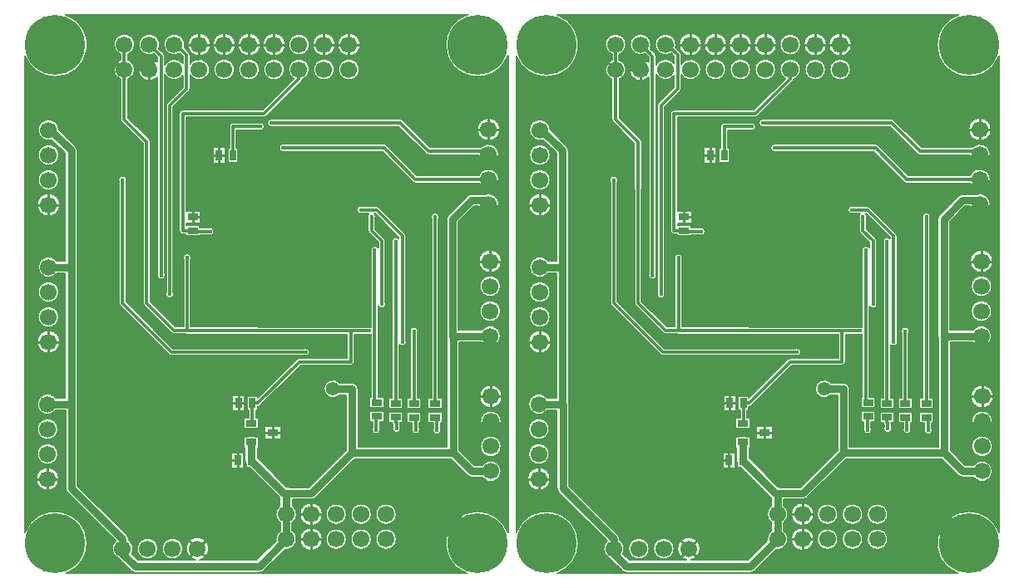
<source format=gbl>
G04 EasyPC Gerber Version 21.0.3 Build 4286 *
G04 #@! TF.Part,Single*
G04 #@! TF.FileFunction,Copper,L2,Bot *
G04 #@! TF.FilePolarity,Positive *
%FSLAX45Y45*%
%MOIN*%
G04 #@! TA.AperFunction,SMDPad*
%ADD25R,0.02559X0.03937*%
G04 #@! TD.AperFunction*
%ADD70C,0.00500*%
%ADD71C,0.01000*%
%ADD121C,0.01181*%
%ADD22C,0.01575*%
G04 #@! TA.AperFunction,ViaPad*
%ADD77C,0.02362*%
G04 #@! TD.AperFunction*
%ADD123C,0.03150*%
G04 #@! TA.AperFunction,ViaPad*
%ADD122C,0.05600*%
G04 #@! TA.AperFunction,ComponentPad*
%ADD74C,0.06693*%
G04 #@! TA.AperFunction,WasherPad*
%ADD23C,0.24016*%
G04 #@! TA.AperFunction,SMDPad*
%ADD26R,0.03937X0.02559*%
%ADD127R,0.04134X0.02559*%
X0Y0D02*
D02*
D70*
X233229Y235777D02*
G75*
G02X208243Y240218I-12098J4441D01*
G01*
G75*
G02X216921Y252399I12888*
G01*
X56048*
G75*
G02X51839Y227330I-4209J-12181*
G01*
G75*
G02X39741Y235777I0J12888*
G01*
Y44659*
G75*
G02X64727Y40218I12098J-4441*
G01*
G75*
G02X56280Y28120I-12888J0*
G01*
X216689*
G75*
G02X221130Y53106I4441J12098*
G01*
G75*
G02X233229Y44659I0J-12888*
G01*
Y235777*
X220917Y206304D02*
G75*
G02X230110I4596D01*
G01*
G75*
G02X220917I-4596*
G01*
X192414Y121825D02*
G75*
G02X189793Y119833I-1470J-786D01*
G01*
Y98545*
X191170*
Y94226*
X185473*
Y98545*
X186852*
Y160565*
G75*
G02X189473Y162557I1470J786*
G01*
Y162988*
X179976Y172485*
X179847*
G75*
G02X180111Y170549I-1207J-1150*
G01*
Y166276*
X183744Y162642*
G75*
G02X184177Y161600I-1038J-1041*
G01*
Y136926*
G75*
G02X181306Y135235I-1470J-786*
G01*
Y98793*
X183559*
Y94474*
X177863*
Y98793*
X178365*
Y124057*
G75*
G02X176804Y124062I-776J1476*
G01*
X171752*
Y113053*
G75*
G02X170282Y111582I-1470*
G01*
X150298*
X134130Y95415*
G75*
G02X133089Y94984I-1040J1040*
G01*
X133004*
Y93604*
X132315*
Y90537*
X133398*
Y86218*
X127504*
Y90537*
X129374*
Y93604*
X128685*
Y99301*
X133004*
Y98448*
X148650Y114093*
G75*
G02X149691Y114523I1040J-1040*
G01*
X168811*
Y124062*
X133128*
G75*
G02X131620Y124029I-786J1470*
G01*
X104704*
G75*
G02X104006Y124187J1628*
G01*
X99517*
G75*
G02X98475Y124619I0J1470*
G01*
X87496Y135598*
G75*
G02X87063Y136640I1038J1041*
G01*
Y182281*
G75*
G02X86906Y183427I1471J786*
G01*
Y200687*
X78395Y209249*
G75*
G02X77920Y210398I1153J1150*
G01*
Y226459*
G75*
G02X78078Y234321I1628J3900*
G01*
Y236397*
G75*
G02X75322Y240359I1470J3962*
G01*
G75*
G02X83774I4226*
G01*
G75*
G02X81019Y236397I-4226*
G01*
Y234321*
G75*
G02X81176Y226459I-1470J-3962*
G01*
Y211070*
X89687Y202508*
G75*
G02X90162Y201359I-1153J-1150*
G01*
Y183427*
G75*
G02X90004Y182281I-1628J-360*
G01*
Y137249*
X100126Y127128*
X103234*
Y154075*
G75*
G02X103037Y154861I1470J786*
G01*
G75*
G02X106372I1667*
G01*
G75*
G02X106175Y154075I-1667*
G01*
Y127285*
X132342*
G75*
G02X133258Y127003J-1628*
G01*
X176804*
G75*
G02X178365Y127008I786J-1470*
G01*
Y157070*
G75*
G02X181236Y158762I1470J786*
G01*
Y160991*
X177602Y164625*
G75*
G02X177170Y165667I1038J1041*
G01*
Y170549*
G75*
G02X177433Y172485I1470J786*
G01*
X175006*
G75*
G02X172552Y173956I-786J1470*
G01*
G75*
G02X175006Y175426I1667*
G01*
X180585*
G75*
G02X181626Y174994I0J-1470*
G01*
X191981Y164639*
G75*
G02X192414Y163597I-1038J-1041*
G01*
Y121825*
X185473Y92994D02*
X191170D01*
Y88675*
X190028*
G75*
G02X190043Y88466I-1456J-209*
G01*
Y87005*
G75*
G02X190239Y86219I-1470J-786*
G01*
G75*
G02X186905I-1667*
G01*
G75*
G02X187102Y87005I1667*
G01*
Y87646*
G75*
G02X186852Y88466I1221J820*
G01*
Y88675*
X185473*
Y92994*
X177863Y93242D02*
X183559D01*
Y88923*
X181930*
Y86506*
G75*
G02X182127Y85720I-1470J-786*
G01*
G75*
G02X178793I-1667*
G01*
G75*
G02X178989Y86506I1667*
G01*
Y88923*
X177863*
Y93242*
X222947Y71552D02*
G75*
G02X230614Y69098I3441J-2455D01*
G01*
G75*
G02X222947Y66643I-4226*
G01*
X218650*
G75*
G02X216913Y67363I0J2455*
G01*
X210269Y74006*
X171782*
X156258Y58483*
G75*
G02X154521Y57763I-1737J1735*
G01*
X147004*
Y55212*
G75*
G02X146883Y48420I-2575J-3351*
G01*
Y45301*
G75*
G02X143941Y37663I-2455J-3441*
G01*
X135426Y29092*
G75*
G02X133571Y28319I-1855J1839*
G01*
X83989*
G75*
G02X82140Y29084I-2J2612*
G01*
X77000Y34225*
G75*
G02X76964Y34261I1838J1854*
G01*
G75*
G02X76076Y41237I1882J3784*
G01*
X56666Y60646*
G75*
G02X55947Y62382I1736J1736*
G01*
G75*
G02Y62383I663J0*
G01*
G75*
G02Y62385I789J2*
G01*
Y93590*
X52233*
G75*
G02X44566Y96045I-3441J2455*
G01*
G75*
G02X52233Y98500I4226*
G01*
X55823*
Y148590*
X52607*
G75*
G02X44941Y151045I-3441J2455*
G01*
G75*
G02X52607Y153500I4226*
G01*
X55823*
Y196776*
X50549Y202051*
G75*
G02X44941Y206045I-1382J3994*
G01*
G75*
G02X53392Y206150I4226*
G01*
X60012Y199530*
G75*
G02X60732Y197793I-1735J-1737*
G01*
Y96817*
G75*
G02X60857Y96045I-2331J-772*
G01*
Y63399*
X80583Y43674*
G75*
G02X81302Y41938I-1736J-1736*
G01*
G75*
G02Y41937I-663J0*
G01*
G75*
G02Y41934I-789J-1*
G01*
Y41485*
G75*
G02X82569Y36044I-2456J-3440*
G01*
X85069Y33543*
X107921*
G75*
G02X104250Y38045I925J4502*
G01*
G75*
G02X113443I4596*
G01*
G75*
G02X109772Y33543I-4596*
G01*
X132484*
X140234Y41344*
G75*
G02X140202Y41861I4195J515*
G01*
G75*
G02X141974Y45301I4226*
G01*
Y48420*
G75*
G02X141780Y55154I2455J3441*
G01*
Y58379*
G75*
G02X141595Y58548I1673J2006*
G01*
X129616Y70639*
X128311*
Y72018*
G75*
G02X127857Y73489I2158J1472*
G01*
Y78659*
X127504*
Y82978*
X129002*
G75*
G02X131938I1468J-2161*
G01*
X133398*
Y78659*
X133082*
Y74564*
X144546Y62993*
G75*
G02X145652Y62673I-154J-2607*
G01*
X153504*
X168395Y77563*
Y99739*
X165854*
G75*
G02X159432Y102194I-2742J2455*
G01*
G75*
G02X165854Y104649I3680*
G01*
X170850*
G75*
G02X173305Y102194J-2455*
G01*
Y78916*
X208831*
Y122309*
G75*
G02X208582Y123387I2205J1078*
G01*
Y170337*
G75*
G02X209302Y172073I2455J0*
G01*
X216913Y179684*
G75*
G02X218650Y180404I1737J-1735*
G01*
X224491*
G75*
G02X229740Y176304I1023J-4101*
G01*
G75*
G02X221365Y175495I-4226*
G01*
X219667*
X213491Y169320*
Y125842*
X222697*
G75*
G02X230364Y123387I3441J-2455*
G01*
G75*
G02X222697Y120932I-4226*
G01*
X213741*
Y77478*
X219667Y71552*
X222947*
X221541Y153387D02*
G75*
G02X230734I4596D01*
G01*
G75*
G02X221541I-4596*
G01*
X221911Y133387D02*
G75*
G02X230364I4226D01*
G01*
G75*
G02X221911I-4226*
G01*
Y143387D02*
G75*
G02X230364I4226D01*
G01*
G75*
G02X221911I-4226*
G01*
X221791Y99098D02*
G75*
G02X230984I4596D01*
G01*
G75*
G02X221791I-4596*
G01*
X222161Y79098D02*
G75*
G02X230614I4226D01*
G01*
G75*
G02X222161I-4226*
G01*
Y89098D02*
G75*
G02X230614I4226D01*
G01*
G75*
G02X222161I-4226*
G01*
X180202Y41861D02*
G75*
G02X188655I4226D01*
G01*
G75*
G02X180202I-4226*
G01*
Y51861D02*
G75*
G02X188655I4226D01*
G01*
G75*
G02X180202I-4226*
G01*
X160202Y41861D02*
G75*
G02X168655I4226D01*
G01*
G75*
G02X160202I-4226*
G01*
Y51861D02*
G75*
G02X168655I4226D01*
G01*
G75*
G02X160202I-4226*
G01*
X170202Y41861D02*
G75*
G02X178655I4226D01*
G01*
G75*
G02X170202I-4226*
G01*
Y51861D02*
G75*
G02X178655I4226D01*
G01*
G75*
G02X170202I-4226*
G01*
X149832Y41861D02*
G75*
G02X159025I4596D01*
G01*
G75*
G02X149832I-4596*
G01*
Y51861D02*
G75*
G02X159025I4596D01*
G01*
G75*
G02X149832I-4596*
G01*
X135796Y87128D02*
X142430D01*
Y82069*
X135796*
Y87128*
X151466Y118391D02*
G75*
G02X153919Y116921I786J-1470D01*
G01*
G75*
G02X151466Y115450I-1667*
G01*
X98464*
G75*
G02X97422Y115883I0J1470*
G01*
X77832Y135473*
G75*
G02X77400Y136515I1038J1041*
G01*
Y185259*
G75*
G02X77203Y186045I1470J786*
G01*
G75*
G02X80537I1667*
G01*
G75*
G02X80341Y185259I-1667*
G01*
Y137124*
X99073Y118391*
X151466*
X122390Y76706D02*
X127449D01*
Y70269*
X122390*
Y76706*
X122764Y99671D02*
X127823D01*
Y93234*
X122764*
Y99671*
X84620Y38045D02*
G75*
G02X93073I4226D01*
G01*
G75*
G02X84620I-4226*
G01*
X94620D02*
G75*
G02X103073I4226D01*
G01*
G75*
G02X94620I-4226*
G01*
X105925Y232535D02*
G75*
G02X113774Y230359I3623J-2176D01*
G01*
G75*
G02X105925Y228183I-4226*
G01*
Y222629*
G75*
G02X105493Y221587I-1470J0*
G01*
X99186Y215281*
Y140919*
G75*
G02X99383Y140133I-1470J-786*
G01*
G75*
G02X96048I-1667*
G01*
G75*
G02X96245Y140919I1667*
G01*
Y215890*
G75*
G02X96677Y216931I1470J0*
G01*
X102984Y223238*
Y227898*
G75*
G02X95816Y228375I-3436J2461*
G01*
Y148533*
G75*
G02X96013Y147747I-1470J-786*
G01*
G75*
G02X92678I-1667*
G01*
G75*
G02X92875Y148533I1667*
G01*
Y227188*
G75*
G02X84952Y230359I-3327J3171*
G01*
G75*
G02X92875Y233530I4596*
G01*
Y235124*
X91426Y236573*
G75*
G02X85322Y240359I-1878J3786*
G01*
G75*
G02X93774I4226*
G01*
G75*
G02X93442Y238717I-4226*
G01*
X95384Y236775*
G75*
G02X95816Y235733I-1038J-1041*
G01*
Y232343*
G75*
G02X102984Y232820I3732J-1984*
G01*
Y235624*
X101815Y236793*
G75*
G02X95322Y240359I-2267J3567*
G01*
G75*
G02X103774I4226*
G01*
G75*
G02X103602Y239165I-4226J0*
G01*
X105493Y237274*
G75*
G02X105925Y236233I-1038J-1041*
G01*
Y232535*
X145322Y230359D02*
G75*
G02X153774I4226D01*
G01*
G75*
G02X150993Y226387I-4226*
G01*
G75*
G02X150586Y225620I-1444J275*
G01*
X136572Y211607*
G75*
G02X135531Y211174I-1041J1038*
G01*
X104428*
Y173744*
X110166*
Y168685*
X104428*
Y167822*
X109796*
Y166797*
X113130*
G75*
G02X115583Y165326I786J-1470*
G01*
G75*
G02X113130Y163856I-1667*
G01*
X109796*
Y163504*
X104099*
Y164193*
X102957*
G75*
G02X101487Y165663J1470*
G01*
Y212645*
G75*
G02X102957Y214115I1470*
G01*
X134922*
X147480Y226673*
G75*
G02X145322Y230359I2069J3686*
G01*
X222536Y199303D02*
G75*
G02X229740Y196304I2978J-2999D01*
G01*
G75*
G02X221295Y196047I-4226*
G01*
X201419*
G75*
G02X200266Y196525J1628*
G01*
X189520Y207279*
X138825*
G75*
G02X136805Y208909I-353J1630*
G01*
G75*
G02X138839Y210535I1667*
G01*
X190194*
G75*
G02X191347Y210057J-1628*
G01*
X202094Y199303*
X222536*
X221613Y187931D02*
G75*
G02X229740Y186304I3900J-1628D01*
G01*
G75*
G02X221613Y184676I-4226*
G01*
X196185*
G75*
G02X195028Y185159J1628*
G01*
X183026Y197281*
X143504*
G75*
G02X141476Y198909I-360J1628*
G01*
G75*
G02X143504Y200537I1667*
G01*
X183705*
G75*
G02X184862Y200054J-1628*
G01*
X196864Y187931*
X221613*
X201199Y92868D02*
X206896D01*
Y88549*
X206267*
Y86309*
G75*
G02X206464Y85523I-1470J-786*
G01*
G75*
G02X203129I-1667*
G01*
G75*
G02X203326Y86309I1667*
G01*
Y88549*
X201199*
Y92868*
X205518Y98419D02*
X206896D01*
Y94100*
X201199*
Y98419*
X202577*
Y170466*
G75*
G02X202380Y171252I1470J786*
G01*
G75*
G02X205715I1667*
G01*
G75*
G02X205518Y170466I-1667*
G01*
Y98419*
X192713Y92868D02*
X198410D01*
Y88549*
X197780*
Y86506*
G75*
G02X197977Y85720I-1470J-786*
G01*
G75*
G02X194643I-1667*
G01*
G75*
G02X194839Y86506I1667*
G01*
Y88549*
X192713*
Y92868*
X197031Y98419D02*
X198410D01*
Y94100*
X192713*
Y98419*
X194091*
Y124622*
G75*
G02X193894Y125407I1470J786*
G01*
G75*
G02X197228I1667*
G01*
G75*
G02X197031Y124622I-1667*
G01*
Y98419*
X114973Y199139D02*
X120032D01*
Y192702*
X114973*
Y199139*
X133372Y208998D02*
G75*
G02X135825Y207528I786J-1470D01*
G01*
G75*
G02X133372Y206057I-1667*
G01*
X124525*
Y198769*
X125213*
Y193072*
X120894*
Y198769*
X121584*
Y207528*
G75*
G02X123054Y208998I1470*
G01*
X133372*
X104952Y240359D02*
G75*
G02X114144I4596D01*
G01*
G75*
G02X104952I-4596*
G01*
X114952D02*
G75*
G02X124144I4596D01*
G01*
G75*
G02X114952I-4596*
G01*
X115322Y230359D02*
G75*
G02X123774I4226D01*
G01*
G75*
G02X115322I-4226*
G01*
X124952Y240359D02*
G75*
G02X134144I4596D01*
G01*
G75*
G02X124952I-4596*
G01*
X125322Y230359D02*
G75*
G02X133774I4226D01*
G01*
G75*
G02X125322I-4226*
G01*
X134952Y240359D02*
G75*
G02X144144I4596D01*
G01*
G75*
G02X134952I-4596*
G01*
X135322Y230359D02*
G75*
G02X143774I4226D01*
G01*
G75*
G02X135322I-4226*
G01*
X145322Y240359D02*
G75*
G02X153774I4226D01*
G01*
G75*
G02X145322I-4226*
G01*
X154952D02*
G75*
G02X164144I4596D01*
G01*
G75*
G02X154952I-4596*
G01*
X155322Y230359D02*
G75*
G02X163774I4226D01*
G01*
G75*
G02X155322I-4226*
G01*
X164952Y240359D02*
G75*
G02X174144I4596D01*
G01*
G75*
G02X164952I-4596*
G01*
X165322Y230359D02*
G75*
G02X173774I4226D01*
G01*
G75*
G02X165322I-4226*
G01*
X44196Y66045D02*
G75*
G02X53389I4596D01*
G01*
G75*
G02X44196I-4596*
G01*
X44566Y76045D02*
G75*
G02X53019I4226D01*
G01*
G75*
G02X44566I-4226*
G01*
Y86045D02*
G75*
G02X53019I4226D01*
G01*
G75*
G02X44566I-4226*
G01*
X44570Y121045D02*
G75*
G02X53763I4596D01*
G01*
G75*
G02X44570I-4596*
G01*
Y176045D02*
G75*
G02X53763I4596D01*
G01*
G75*
G02X44570I-4596*
G01*
X44941Y131045D02*
G75*
G02X53393I4226D01*
G01*
G75*
G02X44941I-4226*
G01*
Y141045D02*
G75*
G02X53393I4226D01*
G01*
G75*
G02X44941I-4226*
G01*
Y186045D02*
G75*
G02X53393I4226D01*
G01*
G75*
G02X44941I-4226*
G01*
Y196045D02*
G75*
G02X53393I4226D01*
G01*
G75*
G02X44941I-4226*
G01*
X106283Y41861D02*
G36*
X100665D01*
G75*
G02X103073Y38045I-1818J-3815*
G01*
G75*
G02X94620I-4226*
G01*
G75*
G02X97028Y41861I4226*
G01*
X90665*
G75*
G02X93073Y38045I-1818J-3815*
G01*
G75*
G02X84620I-4226*
G01*
G75*
G02X87028Y41861I4226*
G01*
X81302*
Y41485*
G75*
G02X83073Y38045I-2456J-3440*
G01*
G75*
G02X82569Y36044I-4227*
G01*
X85069Y33543*
X107921*
G75*
G02X104250Y38045I926J4503*
G01*
G75*
G02X106283Y41861I4596*
G01*
G37*
X83472Y28370D02*
G36*
G75*
G02X82140Y29084I515J2559D01*
G01*
X77000Y34225*
G75*
G02X76964Y34261I1613J1630*
G01*
G75*
G02X74620Y38045I1883J3784*
G01*
G75*
G02X76076Y41237I4227*
G01*
X75452Y41861*
X64622*
G75*
G02X64727Y40218I-12785J-1643*
G01*
G75*
G02X56909Y28370I-12889J1*
G01*
X83472*
G37*
X140202Y41861D02*
G36*
X111410D01*
G75*
G02X113443Y38045I-2563J-3815*
G01*
G75*
G02X109772Y33543I-4597J0*
G01*
X132484*
X140234Y41344*
G75*
G02X140202Y41860I4207J516*
G01*
Y41861*
G37*
X208348D02*
G36*
X188655D01*
G75*
G02X180202I-4226*
G01*
X178655*
G75*
G02X170202I-4226*
G01*
X168655*
G75*
G02X160202I-4226*
G01*
X159025*
G75*
G02X149832I-4596*
G01*
X148655*
G75*
G02X143941Y37663I-4226J0*
G01*
X135426Y29092*
G75*
G02X134085Y28370I-1856J1840*
G01*
X216060*
G75*
G02X208243Y40218I5070J11848*
G01*
G75*
G02X208348Y41861I12890J0*
G01*
G37*
X46312Y51861D02*
G36*
X39991D01*
Y45289*
G75*
G02X46312Y51861I11848J-5071*
G01*
G37*
X75452Y41861D02*
G36*
X65452Y51861D01*
X57366*
G75*
G02X64622Y41861I-5527J-11643*
G01*
X75452*
G37*
X140202D02*
G36*
Y41861D01*
G75*
G02X141974Y45301I4226*
G01*
Y48420*
G75*
G02X140202Y51861I2454J3440*
G01*
X72395*
X80583Y43674*
G75*
G02X81302Y41939I-1734J-1735*
G01*
G75*
G02Y41938I-2051J0*
G01*
Y41937*
Y41934*
Y41861*
X87028*
G75*
G02X90665I1818J-3815*
G01*
X97028*
G75*
G02X100665I1818J-3815*
G01*
X106283*
G75*
G02X111410I2563J-3815*
G01*
X140202*
G37*
X208348D02*
G36*
G75*
G02X215603Y51861I12783J-1643D01*
G01*
X188655*
G75*
G02X180202I-4226*
G01*
X178655*
G75*
G02X170202I-4226*
G01*
X168655*
G75*
G02X160202I-4226*
G01*
X159025*
G75*
G02X149832I-4596*
G01*
X148655*
G75*
G02X146883Y48420I-4227*
G01*
Y45301*
G75*
G02X148655Y41861I-2455J-3441*
G01*
X149832*
G75*
G02X159025I4596*
G01*
X160202*
G75*
G02X168655I4226*
G01*
X170202*
G75*
G02X178655I4226*
G01*
X180202*
G75*
G02X188655I4226*
G01*
X208348*
G37*
X232979Y45289D02*
G36*
Y51861D01*
X226657*
G75*
G02X232979Y45289I-5527J-11643*
G01*
G37*
X65452Y51861D02*
G36*
X56666Y60646D01*
G75*
G02X55947Y62381I1734J1735*
G01*
G75*
G02Y62382I2051J0*
G01*
Y62383*
Y62385*
Y66045*
X53389*
G75*
G02X44196I-4596*
G01*
X39991*
Y51861*
X46312*
G75*
G02X57366I5527J-11643*
G01*
X65452*
G37*
X140202D02*
G36*
G75*
G02X141780Y55154I4226D01*
G01*
Y58379*
G75*
G02X141595Y58548I1645J1976*
G01*
X134168Y66045*
X60857*
Y63399*
X72395Y51861*
X140202*
G37*
X156876Y66045D02*
G36*
X141522D01*
X144546Y62993*
G75*
G02X145652Y62673I-154J-2606*
G01*
X153504*
X156876Y66045*
G37*
X226657Y51861D02*
G36*
X232979D01*
Y66045*
X229310*
G75*
G02X223465I-2923J3053*
G01*
X163820*
X156258Y58483*
G75*
G02X154521Y57763I-1737J1736*
G01*
X147004*
Y55212*
G75*
G02X148655Y51861I-2576J-3352*
G01*
X149832*
G75*
G02X159025I4596*
G01*
X160202*
G75*
G02X168655I4226*
G01*
X170202*
G75*
G02X178655I4226*
G01*
X180202*
G75*
G02X188655I4226*
G01*
X215603*
G75*
G02X221130Y53106I5527J-11643*
G01*
G75*
G02X226657Y51861I-1J-12889*
G01*
G37*
X55947Y73488D02*
G36*
X52157D01*
G75*
G02X45428I-3365J2557*
G01*
X39991*
Y66045*
X44196*
G75*
G02X53389I4596*
G01*
X55947*
Y73488*
G37*
X134168Y66045D02*
G36*
X129616Y70639D01*
X128311*
Y72018*
G75*
G02X127857Y73488I2160J1472*
G01*
X127449*
Y70269*
X122390*
Y73488*
X60857*
Y66045*
X134168*
G37*
X164320Y73488D02*
G36*
X134148D01*
X141522Y66045*
X156876*
X164320Y73488*
G37*
X223465Y66045D02*
G36*
G75*
G02X222947Y66643I2923J3054D01*
G01*
X218650*
G75*
G02X216913Y67363I0J2454*
G01*
X210788Y73488*
X171263*
X163820Y66045*
X223465*
G37*
X229310D02*
G36*
X232979D01*
Y73488*
X217731*
X219667Y71552*
X222947*
G75*
G02X230614Y69098I3441J-2455*
G01*
G75*
G02X229310Y66045I-4226*
G01*
G37*
X45428Y73488D02*
G36*
G75*
G02X44566Y76045I3365J2557D01*
G01*
G75*
G02X45870Y79098I4226*
G01*
X39991*
Y73488*
X45428*
G37*
X55947Y79098D02*
G36*
X51715D01*
G75*
G02X53019Y76045I-2923J-3053*
G01*
G75*
G02X52157Y73488I-4226*
G01*
X55947*
Y79098*
G37*
X127857Y73488D02*
G36*
G75*
G02Y73489I2654J1D01*
G01*
Y78659*
X127504*
Y79098*
X60857*
Y73488*
X122390*
Y76706*
X127449*
Y73488*
X127857*
G37*
X168395Y79098D02*
G36*
X133398D01*
Y78659*
X133082*
Y74564*
X134148Y73488*
X164320*
X168395Y77563*
Y79098*
G37*
X210788Y73488D02*
G36*
X210269Y74006D01*
X171782*
X171263Y73488*
X210788*
G37*
X208831Y79098D02*
G36*
X173305D01*
Y78916*
X208831*
Y79098*
G37*
X217731Y73488D02*
G36*
X232979D01*
Y79098*
X230614*
G75*
G02X222161I-4226*
G01*
X213741*
Y77478*
X217731Y73488*
G37*
X55947Y84598D02*
G36*
X52763D01*
G75*
G02X44822I-3971J1447*
G01*
X39991*
Y79098*
X45870*
G75*
G02X51715I2923J-3053*
G01*
X55947*
Y84598*
G37*
X168395D02*
G36*
X142430D01*
Y82069*
X135796*
Y84598*
X60857*
Y79098*
X127504*
Y82978*
X129002*
G75*
G02X131938I1468J-2161*
G01*
X133398*
Y79098*
X168395*
Y84598*
G37*
X208831D02*
G36*
X206183D01*
G75*
G02X203409I-1387J925*
G01*
X197543*
G75*
G02X195076I-1233J1122*
G01*
X188961*
G75*
G02X188183I-389J1622*
G01*
X181693*
G75*
G02X179226I-1233J1122*
G01*
X173305*
Y79098*
X208831*
Y84598*
G37*
X213741D02*
G36*
Y79098D01*
X222161*
G75*
G02X230614I4226*
G01*
X232979*
Y84598*
X213741*
G37*
X44822D02*
G36*
G75*
G02X44566Y86045I3971J1447D01*
G01*
G75*
G02X45565Y88773I4226*
G01*
X39991*
Y84598*
X44822*
G37*
X55947Y88773D02*
G36*
X52020D01*
G75*
G02X53019Y86045I-3228J-2728*
G01*
G75*
G02X52763Y84598I-4226J0*
G01*
X55947*
Y88773*
G37*
X168395D02*
G36*
X133398D01*
Y86218*
X127504*
Y88773*
X60857*
Y84598*
X135796*
Y87128*
X142430*
Y84598*
X168395*
Y88773*
G37*
X208831D02*
G36*
X206896D01*
Y88549*
X206267*
Y86309*
G75*
G02X206464Y85523I-1471J-786*
G01*
G75*
G02X206183Y84598I-1667*
G01*
X208831*
Y88773*
G37*
X178989D02*
G36*
X173305D01*
Y84598*
X179226*
G75*
G02X178793Y85720I1233J1122*
G01*
G75*
G02X178989Y86506I1668*
G01*
Y88773*
G37*
X185473D02*
G36*
X181930D01*
Y86506*
G75*
G02X182127Y85720I-1471J-786*
G01*
G75*
G02X181693Y84598I-1667J0*
G01*
X188183*
G75*
G02X186905Y86219I389J1621*
G01*
G75*
G02X187102Y87005I1668*
G01*
Y87646*
G75*
G02X186852Y88466I1222J820*
G01*
Y88675*
X185473*
Y88773*
G37*
X192713D02*
G36*
X191170D01*
Y88675*
X190028*
G75*
G02X190043Y88466I-1534J-215*
G01*
Y87005*
G75*
G02X190239Y86219I-1471J-786*
G01*
G75*
G02X188961Y84598I-1667*
G01*
X195076*
G75*
G02X194643Y85720I1233J1122*
G01*
G75*
G02X194839Y86506I1668*
G01*
Y88549*
X192713*
Y88773*
G37*
X201199D02*
G36*
X198410D01*
Y88549*
X197780*
Y86506*
G75*
G02X197977Y85720I-1471J-786*
G01*
G75*
G02X197543Y84598I-1667J0*
G01*
X203409*
G75*
G02X203129Y85523I1387J925*
G01*
G75*
G02X203326Y86309I1668*
G01*
Y88549*
X201199*
Y88773*
G37*
X230601D02*
G36*
G75*
G02X222174I-4214J325D01*
G01*
X213741*
Y84598*
X232979*
Y88773*
X230601*
G37*
X55947D02*
G36*
Y93590D01*
X52233*
G75*
G02X44566Y96045I-3441J2455*
G01*
G75*
G02X45870Y99098I4226*
G01*
X39991*
Y88773*
X45565*
G75*
G02X52020I3228J-2728*
G01*
X55947*
G37*
X55823Y99098D02*
G36*
X51715D01*
G75*
G02X52233Y98500I-2923J-3054*
G01*
X55823*
Y99098*
G37*
X127504Y88773D02*
G36*
Y90537D01*
X129374*
Y93604*
X128685*
Y99098*
X127823*
Y93234*
X122764*
Y99098*
X60732*
Y96817*
G75*
G02X60857Y96045I-2344J-774*
G01*
Y88773*
X127504*
G37*
X168395Y99098D02*
G36*
X165101D01*
G75*
G02X161124I-1988J3096*
G01*
X137813*
X134130Y95415*
G75*
G02X133089Y94984I-1041J1043*
G01*
X133004*
Y93604*
X132315*
Y90537*
X133398*
Y88773*
X168395*
Y99098*
G37*
X133654D02*
G36*
X133004D01*
Y98448*
X133654Y99098*
G37*
X208831D02*
G36*
X205518D01*
Y98419*
X206896*
Y94100*
X201199*
Y98419*
X202577*
Y99098*
X197031*
Y98419*
X198410*
Y94100*
X192713*
Y98419*
X194091*
Y99098*
X189793*
Y98545*
X191170*
Y94226*
X185473*
Y98545*
X186852*
Y99098*
X181306*
Y98793*
X183559*
Y94474*
X177863*
Y98793*
X178365*
Y99098*
X173305*
Y88773*
X178989*
Y88923*
X177863*
Y93242*
X183559*
Y88923*
X181930*
Y88773*
X185473*
Y92994*
X191170*
Y88773*
X192713*
Y92868*
X198410*
Y88773*
X201199*
Y92868*
X206896*
Y88773*
X208831*
Y99098*
G37*
X213741D02*
G36*
Y88773D01*
X222174*
G75*
G02X222161Y89098I4215J326*
G01*
G75*
G02X230614I4226*
G01*
G75*
G02X230601Y88773I-4227J1*
G01*
X232979*
Y99098*
X230984*
G75*
G02X221791I-4596*
G01*
X213741*
G37*
X55823Y121045D02*
G36*
X53763D01*
G75*
G02X44570I-4596*
G01*
X39991*
Y99098*
X45870*
G75*
G02X51715I2923J-3053*
G01*
X55823*
Y121045*
G37*
X168811D02*
G36*
X96420D01*
X99073Y118391*
X151466*
G75*
G02X153919Y116921I786J-1471*
G01*
G75*
G02X151466Y115450I-1667J0*
G01*
X98464*
G75*
G02X97422Y115883I0J1470*
G01*
X92260Y121045*
X60732*
Y99098*
X122764*
Y99671*
X127823*
Y99098*
X128685*
Y99301*
X133004*
Y99098*
X133654*
X148650Y114093*
G75*
G02X149691Y114523I1041J-1043*
G01*
X168811*
Y121045*
G37*
X168395Y99098D02*
G36*
Y99739D01*
X165854*
G75*
G02X165101Y99098I-2742J2455*
G01*
X168395*
G37*
X178365Y121045D02*
G36*
X171752D01*
Y113053*
G75*
G02X170282Y111582I-1470*
G01*
X150298*
X137813Y99098*
X161124*
G75*
G02X159432Y102194I1989J3097*
G01*
G75*
G02X165854Y104649I3680*
G01*
X170850*
G75*
G02X173305Y102194J-2454*
G01*
Y102194*
Y99098*
X178365*
Y121045*
G37*
X208831D02*
G36*
X205518D01*
Y99098*
X208831*
Y121045*
G37*
X186852D02*
G36*
X181306D01*
Y99098*
X186852*
Y121045*
G37*
X194091D02*
G36*
X192611D01*
G75*
G02Y121039I-1689J-3*
G01*
G75*
G02X189793Y119833I-1667*
G01*
Y99098*
X194091*
Y121045*
G37*
X202577D02*
G36*
X197031D01*
Y99098*
X202577*
Y121045*
G37*
X229656D02*
G36*
G75*
G02X222697Y120932I-3518J2342D01*
G01*
X213741*
Y99098*
X221791*
G75*
G02X230984I4596*
G01*
X232979*
Y121045*
X229656*
G37*
X55823Y133387D02*
G36*
X52685D01*
G75*
G02X53393Y131045I-3518J-2342*
G01*
G75*
G02X44941I-4226*
G01*
G75*
G02X45649Y133387I4226*
G01*
X39991*
Y121045*
X44570*
G75*
G02X53763I4596*
G01*
X55823*
Y133387*
G37*
X92260Y121045D02*
G36*
X79918Y133387D01*
X60732*
Y121045*
X92260*
G37*
X168811D02*
G36*
Y124062D01*
X133128*
G75*
G02X131620Y124029I-786J1471*
G01*
X104704*
G75*
G02X104006Y124187I-1J1625*
G01*
X99517*
G75*
G02X98475Y124619I0J1470*
G01*
X89707Y133387*
X84078*
X96420Y121045*
X168811*
G37*
X103234Y133387D02*
G36*
X93866D01*
X100126Y127128*
X103234*
Y133387*
G37*
X178365D02*
G36*
X106175D01*
Y127285*
X132342*
G75*
G02X133258Y127003I0J-1626*
G01*
X176804*
G75*
G02X178365Y127008I786J-1470*
G01*
Y133387*
G37*
Y121045D02*
G36*
Y124057D01*
G75*
G02X176804Y124062I-776J1475*
G01*
X171752*
Y121045*
X178365*
G37*
X208831D02*
G36*
Y122309D01*
G75*
G02X208582Y123387I2210J1080*
G01*
Y133387*
X205518*
Y121045*
X208831*
G37*
X186852D02*
G36*
Y133387D01*
X181306*
Y121045*
X186852*
G37*
X202577Y133387D02*
G36*
X192414D01*
Y121825*
G75*
G02X192611Y121045I-1470J-786*
G01*
X194091*
Y124622*
G75*
G02X193894Y125407I1471J786*
G01*
G75*
G02X197228I1667*
G01*
G75*
G02X197031Y124622I-1668*
G01*
Y121045*
X202577*
Y133387*
G37*
X229656Y121045D02*
G36*
X232979D01*
Y133387*
X230364*
G75*
G02X221911I-4226*
G01*
X213491*
Y125842*
X222697*
G75*
G02X230364Y123387I3441J-2455*
G01*
G75*
G02X229656Y121045I-4226*
G01*
G37*
X55823Y143387D02*
G36*
X52685D01*
G75*
G02X53393Y141045I-3518J-2342*
G01*
G75*
G02X44941I-4226*
G01*
G75*
G02X45649Y143387I4226*
G01*
X39991*
Y133387*
X45649*
G75*
G02X52685I3518J-2342*
G01*
X55823*
Y143387*
G37*
X79918Y133387D02*
G36*
X77832Y135473D01*
G75*
G02X77400Y136515I1038J1041*
G01*
Y136515*
Y143387*
X60732*
Y133387*
X79918*
G37*
X84078D02*
G36*
X89707D01*
X87496Y135598*
G75*
G02X87063Y136639I1038J1041*
G01*
Y136640*
Y143387*
X80341*
Y137124*
X84078Y133387*
G37*
X178365Y143387D02*
G36*
X106175D01*
Y133387*
X178365*
Y143387*
G37*
X103234D02*
G36*
X99186D01*
Y140919*
G75*
G02X99383Y140133I-1471J-786*
G01*
G75*
G02X96048I-1667*
G01*
G75*
G02X96245Y140919I1668*
G01*
Y143387*
X90004*
Y137249*
X93866Y133387*
X103234*
Y143387*
G37*
X208582D02*
G36*
X205518D01*
Y133387*
X208582*
Y143387*
G37*
X186852D02*
G36*
X184177D01*
Y136926*
G75*
G02X184374Y136141I-1470J-786*
G01*
G75*
G02X181306Y135235I-1667*
G01*
Y133387*
X186852*
Y143387*
G37*
X202577D02*
G36*
X192414D01*
Y133387*
X202577*
Y143387*
G37*
X213491D02*
G36*
Y133387D01*
X221911*
G75*
G02X230364I4226*
G01*
X232979*
Y143387*
X230364*
G75*
G02X221911I-4226*
G01*
X213491*
G37*
X45649Y153387D02*
G36*
X39991D01*
Y143387*
X45649*
G75*
G02X52685I3518J-2342*
G01*
X55823*
Y148590*
X52607*
G75*
G02X44941Y151045I-3441J2455*
G01*
G75*
G02X45649Y153387I4226*
G01*
G37*
X77400D02*
G36*
X60732D01*
Y143387*
X77400*
Y153387*
G37*
X87063D02*
G36*
X80341D01*
Y143387*
X87063*
Y153387*
G37*
X178365D02*
G36*
X106175D01*
Y143387*
X178365*
Y153387*
G37*
X96245D02*
G36*
X95816D01*
Y148533*
G75*
G02X96013Y147747I-1471J-786*
G01*
G75*
G02X92678I-1667*
G01*
G75*
G02X92875Y148533I1668*
G01*
Y153387*
X90004*
Y143387*
X96245*
Y153387*
G37*
X103234D02*
G36*
X99186D01*
Y143387*
X103234*
Y153387*
G37*
X208582D02*
G36*
X205518D01*
Y143387*
X208582*
Y153387*
G37*
X186852D02*
G36*
X184177D01*
Y143387*
X186852*
Y153387*
G37*
X202577D02*
G36*
X192414D01*
Y143387*
X202577*
Y153387*
G37*
X213491D02*
G36*
Y143387D01*
X221911*
G75*
G02X230364I4226*
G01*
X232979*
Y153387*
X230734*
G75*
G02X221541I-4596*
G01*
X213491*
G37*
X55823Y176045D02*
G36*
X53763D01*
G75*
G02X44570I-4596*
G01*
X39991*
Y153387*
X45649*
G75*
G02X52607Y153500I3518J-2342*
G01*
X55823*
Y176045*
G37*
X77400D02*
G36*
X60732D01*
Y153387*
X77400*
Y176045*
G37*
X87063D02*
G36*
X80341D01*
Y153387*
X87063*
Y176045*
G37*
X213274D02*
G36*
X104428D01*
Y173744*
X110166*
Y168685*
X104428*
Y167822*
X109796*
Y166797*
X113130*
G75*
G02X115583Y165326I786J-1471*
G01*
G75*
G02X113130Y163856I-1667J0*
G01*
X109796*
Y163504*
X104099*
Y164193*
X102957*
G75*
G02X101487Y165663J1470*
G01*
Y176045*
X99186*
Y153387*
X103234*
Y154075*
G75*
G02X103037Y154861I1471J786*
G01*
G75*
G02X106372I1667*
G01*
G75*
G02X106175Y154075I-1668*
G01*
Y153387*
X178365*
Y157070*
G75*
G02X178169Y157856I1470J786*
G01*
G75*
G02X181236Y158762I1667*
G01*
Y160991*
X177602Y164625*
G75*
G02X177170Y165666I1038J1041*
G01*
Y165667*
Y170549*
G75*
G02X176973Y171335I1471J786*
G01*
G75*
G02X177433Y172485I1667J0*
G01*
X175006*
G75*
G02X172552Y173956I-786J1471*
G01*
G75*
G02X175006Y175426I1667J0*
G01*
X180585*
G75*
G02X181626Y174994I0J-1470*
G01*
X191981Y164639*
G75*
G02X192414Y163598I-1038J-1041*
G01*
Y163597*
Y153387*
X202577*
Y170466*
G75*
G02X202380Y171252I1471J786*
G01*
G75*
G02X205715I1667*
G01*
G75*
G02X205518Y170466I-1668*
G01*
Y153387*
X208582*
Y170337*
Y170337*
G75*
G02X209302Y172073I2454*
G01*
X213274Y176045*
G37*
X92875D02*
G36*
X90004D01*
Y153387*
X92875*
Y176045*
G37*
X96245D02*
G36*
X95816D01*
Y153387*
X96245*
Y176045*
G37*
X186852Y153387D02*
G36*
Y160565D01*
G75*
G02X186655Y161351I1470J786*
G01*
G75*
G02X189473Y162557I1667*
G01*
Y162988*
X179976Y172485*
X179847*
G75*
G02X180307Y171335I-1207J-1151*
G01*
G75*
G02X180111Y170549I-1668*
G01*
Y166276*
X183744Y162642*
G75*
G02X184177Y161601I-1038J-1041*
G01*
Y161600*
Y153387*
X186852*
G37*
X229732Y176045D02*
G36*
G75*
G02X221365Y175495I-4219J259D01*
G01*
X219667*
X213491Y169320*
Y153387*
X221541*
G75*
G02X230734I4596*
G01*
X232979*
Y176045*
X229732*
G37*
X55823Y186045D02*
G36*
X53393D01*
G75*
G02X44941I-4226*
G01*
X39991*
Y176045*
X44570*
G75*
G02X53763I4596*
G01*
X55823*
Y186045*
G37*
X77203D02*
G36*
X60732D01*
Y176045*
X77400*
Y185259*
G75*
G02X77203Y186045I1471J786*
G01*
G37*
X86906D02*
G36*
X80537D01*
G75*
G02X80341Y185259I-1668*
G01*
Y176045*
X87063*
Y182281*
G75*
G02X86867Y183067I1475J786*
G01*
G75*
G02X86906Y183427I1670J1*
G01*
Y186045*
G37*
X229732D02*
G36*
G75*
G02X221613Y184676I-4219J259D01*
G01*
X196185*
G75*
G02X195028Y185159J1628*
G01*
X194150Y186045*
X104428*
Y176045*
X213274*
X216913Y179684*
G75*
G02X218650Y180404I1735J-1731*
G01*
X224491*
G75*
G02X229740Y176304I1023J-4100*
G01*
Y176304*
G75*
G02X229732Y176045I-4227J-1*
G01*
X232979*
Y186045*
X229732*
G37*
X92875D02*
G36*
X90162D01*
Y183427*
G75*
G02X90201Y183066I-1626J-360*
G01*
G75*
G02X90004Y182281I-1665*
G01*
Y176045*
X92875*
Y186045*
G37*
X96245D02*
G36*
X95816D01*
Y176045*
X96245*
Y186045*
G37*
X101487D02*
G36*
X99186D01*
Y176045*
X101487*
Y186045*
G37*
X55823Y191326D02*
G36*
X39991D01*
Y186045*
X44941*
G75*
G02X53393I4226*
G01*
X55823*
Y191326*
G37*
X86906D02*
G36*
X60732D01*
Y186045*
X77203*
G75*
G02X80537I1667*
G01*
X86906*
Y191326*
G37*
X92875D02*
G36*
X90162D01*
Y186045*
X92875*
Y191326*
G37*
X96245D02*
G36*
X95816D01*
Y186045*
X96245*
Y191326*
G37*
X101487D02*
G36*
X99186D01*
Y186045*
X101487*
Y191326*
G37*
X194150Y186045D02*
G36*
X188921Y191326D01*
X104428*
Y186045*
X194150*
G37*
X229732D02*
G36*
X232979D01*
Y191326*
X193503*
X196864Y187931*
X221613*
G75*
G02X229740Y186304I3900J-1628*
G01*
G75*
G02X229732Y186045I-4227J-1*
G01*
G37*
X55823Y195921D02*
G36*
X53391D01*
G75*
G02X44943I-4224J124*
G01*
X39991*
Y191326*
X55823*
Y195921*
G37*
X86906D02*
G36*
X60732D01*
Y191326*
X86906*
Y195921*
G37*
X92875D02*
G36*
X90162D01*
Y191326*
X92875*
Y195921*
G37*
X96245D02*
G36*
X95816D01*
Y191326*
X96245*
Y195921*
G37*
X101487D02*
G36*
X99186D01*
Y191326*
X101487*
Y195921*
G37*
X188921Y191326D02*
G36*
X184372Y195921D01*
X125213*
Y193072*
X120894*
Y195921*
X120032*
Y192702*
X114973*
Y195921*
X104428*
Y191326*
X188921*
G37*
X229723Y195921D02*
G36*
G75*
G02X221305I-4209J383D01*
G01*
X188954*
X193503Y191326*
X232979*
Y195921*
X229723*
G37*
X55823D02*
G36*
Y196776D01*
X50549Y202051*
G75*
G02X44941Y206045I-1381J3994*
G01*
G75*
G02X44948Y206304I4227J1*
G01*
X39991*
Y195921*
X44943*
G75*
G02X44941Y196045I4226J129*
G01*
G75*
G02X53393I4226*
G01*
G75*
G02X53391Y195921I-4228J5*
G01*
X55823*
G37*
X86906D02*
G36*
Y200687D01*
X81323Y206304*
X53385*
G75*
G02X53392Y206150I-4219J-261*
G01*
X60012Y199530*
G75*
G02X60732Y197794I-1731J-1735*
G01*
G75*
G02Y197793I-2942J0*
G01*
Y195921*
X86906*
G37*
X92875Y206304D02*
G36*
X85914D01*
X89687Y202508*
G75*
G02X90162Y201359I-1154J-1150*
G01*
Y195921*
X92875*
Y206304*
G37*
X96245D02*
G36*
X95816D01*
Y195921*
X96245*
Y206304*
G37*
X101487D02*
G36*
X99186D01*
Y195921*
X101487*
Y206304*
G37*
X121584D02*
G36*
X104428D01*
Y195921*
X114973*
Y199139*
X120032*
Y195921*
X120894*
Y198769*
X121584*
Y206304*
G37*
X221305Y195921D02*
G36*
G75*
G02X221295Y196047I4211J379D01*
G01*
X201419*
G75*
G02X200266Y196525I0J1629*
G01*
X190494Y206304*
X135289*
G75*
G02X133372Y206057I-1131J1225*
G01*
X124525*
Y198769*
X125213*
Y195921*
X184372*
X183026Y197281*
X143504*
G75*
G02X141476Y198909I-360J1628*
G01*
G75*
G02X143504Y200537I1668J0*
G01*
X183705*
G75*
G02X184862Y200054J-1628*
G01*
X188954Y195921*
X221305*
G37*
X229723D02*
G36*
X232979D01*
Y206304*
X230110*
G75*
G02X220917I-4596*
G01*
X195098*
X202094Y199303*
X222536*
G75*
G02X229740Y196304I2978J-2999*
G01*
G75*
G02X229723Y195921I-4227J0*
G01*
G37*
X81323Y206304D02*
G36*
X78395Y209249D01*
G75*
G02X77920Y210398I1154J1150*
G01*
Y226459*
G75*
G02X75322Y230359I1628J3900*
G01*
X60139*
G75*
G02X51839Y227330I-8300J9859*
G01*
G75*
G02X43539Y230359I1J12889*
G01*
X39991*
Y206304*
X44948*
G75*
G02X53385I4219J-259*
G01*
X81323*
G37*
X96245D02*
G36*
Y215890D01*
Y215890*
G75*
G02X96677Y216931I1470*
G01*
X102984Y223238*
Y227898*
G75*
G02X95816Y228375I-3436J2461*
G01*
Y206304*
X96245*
G37*
X84952Y230359D02*
G36*
X83774D01*
G75*
G02X81176Y226459I-4226*
G01*
Y211070*
X85914Y206304*
X92875*
Y227188*
G75*
G02X84952Y230359I-3327J3171*
G01*
G37*
X145322D02*
G36*
X143774D01*
G75*
G02X135322I-4226*
G01*
X133774*
G75*
G02X125322I-4226*
G01*
X123774*
G75*
G02X115322I-4226*
G01*
X113774*
G75*
G02X105925Y228183I-4226J0*
G01*
Y222629*
Y222629*
G75*
G02X105493Y221587I-1470*
G01*
X99186Y215281*
Y206304*
X101487*
Y212645*
G75*
G02X102957Y214115I1470*
G01*
X134922*
X147480Y226673*
G75*
G02X145322Y230359I2069J3686*
G01*
G37*
X212830D02*
G36*
X173774D01*
G75*
G02X165322I-4226*
G01*
X163774*
G75*
G02X155322I-4226*
G01*
X153774*
Y230359*
G75*
G02X150993Y226387I-4226*
G01*
G75*
G02X150586Y225620I-1445J275*
G01*
X136572Y211607*
G75*
G02X135531Y211174I-1041J1038*
G01*
X104428*
Y206304*
X121584*
Y207528*
G75*
G02X123054Y208998I1470*
G01*
X133372*
G75*
G02X135825Y207528I786J-1471*
G01*
G75*
G02X135289Y206304I-1667J0*
G01*
X190494*
X189520Y207279*
X138825*
G75*
G02X136805Y208909I-353J1630*
G01*
G75*
G02X138839Y210535I1667*
G01*
X190194*
G75*
G02X191347Y210057I0J-1629*
G01*
X195098Y206304*
X220917*
G75*
G02X230110I4596*
G01*
X232979*
Y230359*
X229431*
G75*
G02X212830I-8300J9859*
G01*
G37*
X43539D02*
G36*
G75*
G02X39991Y235148I8300J9860D01*
G01*
Y230359*
X43539*
G37*
X75322D02*
G36*
G75*
G02X78078Y234321I4226D01*
G01*
Y236397*
G75*
G02X75322Y240359I1470J3962*
G01*
Y240359*
X64726*
G75*
G02X64727Y240218I-12900J-143*
G01*
G75*
G02X60139Y230359I-12888J0*
G01*
X75322*
G37*
X95322Y240359D02*
G36*
X93774D01*
Y240359*
G75*
G02X93442Y238717I-4224*
G01*
X95384Y236775*
G75*
G02X95816Y235734I-1038J-1041*
G01*
Y235733*
Y232343*
G75*
G02X102984Y232820I3732J-1984*
G01*
Y235624*
X101815Y236793*
G75*
G02X95322Y240359I-2267J3567*
G01*
G37*
X84952Y230359D02*
G36*
G75*
G02X92875Y233530I4596D01*
G01*
Y235124*
X91426Y236573*
G75*
G02X85322Y240359I-1878J3786*
G01*
X83774*
G75*
G02X81019Y236397I-4227J0*
G01*
Y234321*
G75*
G02X83774Y230359I-1470J-3962*
G01*
X84952*
G37*
X208243Y240359D02*
G36*
X174144D01*
G75*
G02X164952I-4596*
G01*
X164144*
G75*
G02X154952I-4596*
G01*
X153774*
G75*
G02X145322I-4226*
G01*
X144144*
G75*
G02X134952I-4596*
G01*
X134144*
G75*
G02X124952I-4596*
G01*
X124144*
G75*
G02X114952I-4596*
G01*
X114144*
G75*
G02X104952I-4596*
G01*
X103774*
G75*
G02X103602Y239165I-4238J1*
G01*
X105493Y237274*
G75*
G02X105925Y236233I-1038J-1041*
G01*
Y236233*
Y232535*
G75*
G02X113774Y230359I3623J-2177*
G01*
X115322*
G75*
G02X123774I4226*
G01*
X125322*
G75*
G02X133774I4226*
G01*
X135322*
G75*
G02X143774I4226*
G01*
X145322*
G75*
G02X153774I4226*
G01*
X155322*
G75*
G02X163774I4226*
G01*
X165322*
G75*
G02X173774I4226*
G01*
X212830*
G75*
G02X208243Y240218I8300J9859*
G01*
G75*
G02X208243Y240359I12900J-2*
G01*
G37*
X232979Y235148D02*
G36*
G75*
G02X229431Y230359I-11848J5070D01*
G01*
X232979*
Y235148*
G37*
X216257Y252149D02*
G36*
X56712D01*
G75*
G02X64726Y240359I-4873J-11931*
G01*
X75322*
G75*
G02X83774I4226*
G01*
X85322*
G75*
G02X93774I4226*
G01*
X95322*
G75*
G02X103774I4226*
G01*
X104952*
G75*
G02X114144I4596*
G01*
X114952*
G75*
G02X124144I4596*
G01*
X124952*
G75*
G02X134144I4596*
G01*
X134952*
G75*
G02X144144I4596*
G01*
X145322*
G75*
G02X153774I4226*
G01*
X154952*
G75*
G02X164144I4596*
G01*
X164952*
G75*
G02X174144I4596*
G01*
X208243*
G75*
G02X216257Y252149I12887J-141*
G01*
G37*
X430079Y235777D02*
G75*
G02X405093Y240218I-12098J4441D01*
G01*
G75*
G02X413772Y252399I12888*
G01*
X252898*
G75*
G02X248689Y227330I-4209J-12181*
G01*
G75*
G02X236591Y235777I0J12888*
G01*
Y44659*
G75*
G02X261577Y40218I12098J-4441*
G01*
G75*
G02X253130Y28120I-12888J0*
G01*
X413540*
G75*
G02X417981Y53106I4441J12098*
G01*
G75*
G02X430079Y44659I0J-12888*
G01*
Y235777*
X417768Y206304D02*
G75*
G02X426961I4596D01*
G01*
G75*
G02X417768I-4596*
G01*
X389264Y121825D02*
G75*
G02X386643Y119833I-1470J-786D01*
G01*
Y98545*
X388020*
Y94226*
X382323*
Y98545*
X383702*
Y160565*
G75*
G02X386323Y162557I1470J786*
G01*
Y162988*
X376826Y172485*
X376697*
G75*
G02X376961Y170549I-1207J-1150*
G01*
Y166276*
X380595Y162642*
G75*
G02X381027Y161600I-1038J-1041*
G01*
Y136926*
G75*
G02X378157Y135235I-1470J-786*
G01*
Y98793*
X380410*
Y94474*
X374713*
Y98793*
X375216*
Y124057*
G75*
G02X373654Y124062I-776J1476*
G01*
X368603*
Y113053*
G75*
G02X367132Y111582I-1470*
G01*
X347149*
X330981Y95415*
G75*
G02X329939Y94984I-1040J1040*
G01*
X329855*
Y93604*
X329165*
Y90537*
X330248*
Y86218*
X324355*
Y90537*
X326224*
Y93604*
X325536*
Y99301*
X329855*
Y98448*
X345500Y114093*
G75*
G02X346541Y114523I1040J-1040*
G01*
X365662*
Y124062*
X329978*
G75*
G02X328470Y124029I-786J1470*
G01*
X301555*
G75*
G02X300856Y124187J1628*
G01*
X296367*
G75*
G02X295325Y124619I0J1470*
G01*
X284346Y135598*
G75*
G02X283914Y136640I1038J1041*
G01*
Y182281*
G75*
G02X283756Y183427I1471J786*
G01*
Y200687*
X275246Y209249*
G75*
G02X274770Y210398I1153J1150*
G01*
Y226459*
G75*
G02X274928Y234321I1628J3900*
G01*
Y236397*
G75*
G02X272172Y240359I1470J3962*
G01*
G75*
G02X280625I4226*
G01*
G75*
G02X277869Y236397I-4226*
G01*
Y234321*
G75*
G02X278026Y226459I-1470J-3962*
G01*
Y211070*
X286537Y202508*
G75*
G02X287012Y201359I-1153J-1150*
G01*
Y183427*
G75*
G02X286855Y182281I-1628J-360*
G01*
Y137249*
X296976Y127128*
X300084*
Y154075*
G75*
G02X299887Y154861I1470J786*
G01*
G75*
G02X303222I1667*
G01*
G75*
G02X303025Y154075I-1667*
G01*
Y127285*
X329192*
G75*
G02X330108Y127003J-1628*
G01*
X373654*
G75*
G02X375216Y127008I786J-1470*
G01*
Y157070*
G75*
G02X378086Y158762I1470J786*
G01*
Y160991*
X374452Y164625*
G75*
G02X374020Y165667I1038J1041*
G01*
Y170549*
G75*
G02X374284Y172485I1470J786*
G01*
X371856*
G75*
G02X369403Y173956I-786J1470*
G01*
G75*
G02X371856Y175426I1667*
G01*
X377435*
G75*
G02X378477Y174994I0J-1470*
G01*
X388832Y164639*
G75*
G02X389264Y163597I-1038J-1041*
G01*
Y121825*
X382323Y92994D02*
X388020D01*
Y88675*
X386878*
G75*
G02X386893Y88466I-1456J-209*
G01*
Y87005*
G75*
G02X387090Y86219I-1470J-786*
G01*
G75*
G02X383755I-1667*
G01*
G75*
G02X383952Y87005I1667*
G01*
Y87646*
G75*
G02X383702Y88466I1221J820*
G01*
Y88675*
X382323*
Y92994*
X374713Y93242D02*
X380410D01*
Y88923*
X378781*
Y86506*
G75*
G02X378978Y85720I-1470J-786*
G01*
G75*
G02X375643I-1667*
G01*
G75*
G02X375840Y86506I1667*
G01*
Y88923*
X374713*
Y93242*
X419797Y71552D02*
G75*
G02X427464Y69098I3441J-2455D01*
G01*
G75*
G02X419797Y66643I-4226*
G01*
X415500*
G75*
G02X413763Y67363I0J2455*
G01*
X407120Y74006*
X368632*
X353108Y58483*
G75*
G02X351372Y57763I-1737J1735*
G01*
X343854*
Y55212*
G75*
G02X343734Y48420I-2575J-3351*
G01*
Y45301*
G75*
G02X340791Y37663I-2455J-3441*
G01*
X332276Y29092*
G75*
G02X330421Y28319I-1855J1839*
G01*
X280839*
G75*
G02X278990Y29084I-2J2612*
G01*
X273850Y34225*
G75*
G02X273815Y34261I1838J1854*
G01*
G75*
G02X272926Y41237I1882J3784*
G01*
X253517Y60646*
G75*
G02X252798Y62382I1736J1736*
G01*
G75*
G02Y62383I663J0*
G01*
G75*
G02Y62385I789J2*
G01*
Y93590*
X249083*
G75*
G02X241417Y96045I-3441J2455*
G01*
G75*
G02X249083Y98500I4226*
G01*
X252673*
Y148590*
X249458*
G75*
G02X241791Y151045I-3441J2455*
G01*
G75*
G02X249458Y153500I4226*
G01*
X252673*
Y196776*
X247399Y202051*
G75*
G02X241791Y206045I-1382J3994*
G01*
G75*
G02X250243Y206150I4226*
G01*
X256863Y199530*
G75*
G02X257583Y197793I-1735J-1737*
G01*
Y96817*
G75*
G02X257707Y96045I-2331J-772*
G01*
Y63399*
X277433Y43674*
G75*
G02X278152Y41938I-1736J-1736*
G01*
G75*
G02Y41937I-663J0*
G01*
G75*
G02Y41934I-789J-1*
G01*
Y41485*
G75*
G02X279419Y36044I-2456J-3440*
G01*
X281920Y33543*
X304772*
G75*
G02X301100Y38045I925J4502*
G01*
G75*
G02X310293I4596*
G01*
G75*
G02X306622Y33543I-4596*
G01*
X329334*
X337084Y41344*
G75*
G02X337053Y41861I4195J515*
G01*
G75*
G02X338824Y45301I4226*
G01*
Y48420*
G75*
G02X338630Y55154I2455J3441*
G01*
Y58379*
G75*
G02X338445Y58548I1673J2006*
G01*
X326467Y70639*
X325162*
Y72018*
G75*
G02X324708Y73489I2158J1472*
G01*
Y78659*
X324355*
Y82978*
X325852*
G75*
G02X328788I1468J-2161*
G01*
X330248*
Y78659*
X329932*
Y74564*
X341396Y62993*
G75*
G02X342503Y62673I-154J-2607*
G01*
X350355*
X365246Y77563*
Y99739*
X362704*
G75*
G02X356283Y102194I-2742J2455*
G01*
G75*
G02X362704Y104649I3680*
G01*
X367700*
G75*
G02X370155Y102194J-2455*
G01*
Y78916*
X405682*
Y122309*
G75*
G02X405432Y123387I2205J1078*
G01*
Y170337*
G75*
G02X406152Y172073I2455J0*
G01*
X413763Y179684*
G75*
G02X415500Y180404I1737J-1735*
G01*
X421341*
G75*
G02X426591Y176304I1023J-4101*
G01*
G75*
G02X418216Y175495I-4226*
G01*
X416517*
X410342Y169320*
Y125842*
X419548*
G75*
G02X427215Y123387I3441J-2455*
G01*
G75*
G02X419548Y120932I-4226*
G01*
X410591*
Y77478*
X416517Y71552*
X419797*
X418392Y153387D02*
G75*
G02X427585I4596D01*
G01*
G75*
G02X418392I-4596*
G01*
X418762Y133387D02*
G75*
G02X427215I4226D01*
G01*
G75*
G02X418762I-4226*
G01*
Y143387D02*
G75*
G02X427215I4226D01*
G01*
G75*
G02X418762I-4226*
G01*
X418641Y99098D02*
G75*
G02X427834I4596D01*
G01*
G75*
G02X418641I-4596*
G01*
X419011Y79098D02*
G75*
G02X427464I4226D01*
G01*
G75*
G02X419011I-4226*
G01*
Y89098D02*
G75*
G02X427464I4226D01*
G01*
G75*
G02X419011I-4226*
G01*
X377053Y41861D02*
G75*
G02X385506I4226D01*
G01*
G75*
G02X377053I-4226*
G01*
Y51861D02*
G75*
G02X385506I4226D01*
G01*
G75*
G02X377053I-4226*
G01*
X357053Y41861D02*
G75*
G02X365506I4226D01*
G01*
G75*
G02X357053I-4226*
G01*
Y51861D02*
G75*
G02X365506I4226D01*
G01*
G75*
G02X357053I-4226*
G01*
X367053Y41861D02*
G75*
G02X375506I4226D01*
G01*
G75*
G02X367053I-4226*
G01*
Y51861D02*
G75*
G02X375506I4226D01*
G01*
G75*
G02X367053I-4226*
G01*
X346683Y41861D02*
G75*
G02X355876I4596D01*
G01*
G75*
G02X346683I-4596*
G01*
Y51861D02*
G75*
G02X355876I4596D01*
G01*
G75*
G02X346683I-4596*
G01*
X332646Y87128D02*
X339280D01*
Y82069*
X332646*
Y87128*
X348316Y118391D02*
G75*
G02X350769Y116921I786J-1470D01*
G01*
G75*
G02X348316Y115450I-1667*
G01*
X295315*
G75*
G02X294273Y115883I0J1470*
G01*
X274682Y135473*
G75*
G02X274250Y136515I1038J1041*
G01*
Y185259*
G75*
G02X274053Y186045I1470J786*
G01*
G75*
G02X277388I1667*
G01*
G75*
G02X277191Y185259I-1667*
G01*
Y137124*
X295924Y118391*
X348316*
X319241Y76706D02*
X324300D01*
Y70269*
X319241*
Y76706*
X319615Y99671D02*
X324674D01*
Y93234*
X319615*
Y99671*
X281470Y38045D02*
G75*
G02X289923I4226D01*
G01*
G75*
G02X281470I-4226*
G01*
X291470D02*
G75*
G02X299923I4226D01*
G01*
G75*
G02X291470I-4226*
G01*
X302776Y232535D02*
G75*
G02X310625Y230359I3623J-2176D01*
G01*
G75*
G02X302776Y228183I-4226*
G01*
Y222629*
G75*
G02X302343Y221587I-1470J0*
G01*
X296036Y215281*
Y140919*
G75*
G02X296233Y140133I-1470J-786*
G01*
G75*
G02X292898I-1667*
G01*
G75*
G02X293095Y140919I1667*
G01*
Y215890*
G75*
G02X293528Y216931I1470J0*
G01*
X299835Y223238*
Y227898*
G75*
G02X292667Y228375I-3436J2461*
G01*
Y148533*
G75*
G02X292863Y147747I-1470J-786*
G01*
G75*
G02X289529I-1667*
G01*
G75*
G02X289726Y148533I1667*
G01*
Y227188*
G75*
G02X281802Y230359I-3327J3171*
G01*
G75*
G02X289726Y233530I4596*
G01*
Y235124*
X288277Y236573*
G75*
G02X282172Y240359I-1878J3786*
G01*
G75*
G02X290625I4226*
G01*
G75*
G02X290293Y238717I-4226*
G01*
X292234Y236775*
G75*
G02X292667Y235733I-1038J-1041*
G01*
Y232343*
G75*
G02X299835Y232820I3732J-1984*
G01*
Y235624*
X298666Y236793*
G75*
G02X292172Y240359I-2267J3567*
G01*
G75*
G02X300625I4226*
G01*
G75*
G02X300453Y239165I-4226J0*
G01*
X302343Y237274*
G75*
G02X302776Y236233I-1038J-1041*
G01*
Y232535*
X342172Y230359D02*
G75*
G02X350625I4226D01*
G01*
G75*
G02X347843Y226387I-4226*
G01*
G75*
G02X347437Y225620I-1444J275*
G01*
X333423Y211607*
G75*
G02X332381Y211174I-1041J1038*
G01*
X301278*
Y173744*
X307016*
Y168685*
X301278*
Y167822*
X306646*
Y166797*
X309980*
G75*
G02X312433Y165326I786J-1470*
G01*
G75*
G02X309980Y163856I-1667*
G01*
X306646*
Y163504*
X300949*
Y164193*
X299807*
G75*
G02X298337Y165663J1470*
G01*
Y212645*
G75*
G02X299807Y214115I1470*
G01*
X331772*
X344330Y226673*
G75*
G02X342172Y230359I2069J3686*
G01*
X419387Y199303D02*
G75*
G02X426591Y196304I2978J-2999D01*
G01*
G75*
G02X418146Y196047I-4226*
G01*
X398269*
G75*
G02X397117Y196525J1628*
G01*
X386370Y207279*
X335676*
G75*
G02X333655Y208909I-353J1630*
G01*
G75*
G02X335690Y210535I1667*
G01*
X387045*
G75*
G02X388198Y210057J-1628*
G01*
X398944Y199303*
X419387*
X418464Y187931D02*
G75*
G02X426591Y186304I3900J-1628D01*
G01*
G75*
G02X418464Y184676I-4226*
G01*
X393035*
G75*
G02X391878Y185159J1628*
G01*
X379876Y197281*
X340354*
G75*
G02X338327Y198909I-360J1628*
G01*
G75*
G02X340354Y200537I1667*
G01*
X380555*
G75*
G02X381713Y200054J-1628*
G01*
X393715Y187931*
X418464*
X398050Y92868D02*
X403746D01*
Y88549*
X403117*
Y86309*
G75*
G02X403314Y85523I-1470J-786*
G01*
G75*
G02X399980I-1667*
G01*
G75*
G02X400176Y86309I1667*
G01*
Y88549*
X398050*
Y92868*
X402369Y98419D02*
X403746D01*
Y94100*
X398050*
Y98419*
X399428*
Y170466*
G75*
G02X399231Y171252I1470J786*
G01*
G75*
G02X402565I1667*
G01*
G75*
G02X402369Y170466I-1667*
G01*
Y98419*
X389563Y92868D02*
X395260D01*
Y88549*
X394631*
Y86506*
G75*
G02X394828Y85720I-1470J-786*
G01*
G75*
G02X391493I-1667*
G01*
G75*
G02X391690Y86506I1667*
G01*
Y88549*
X389563*
Y92868*
X393882Y98419D02*
X395260D01*
Y94100*
X389563*
Y98419*
X390941*
Y124622*
G75*
G02X390744Y125407I1470J786*
G01*
G75*
G02X394079I1667*
G01*
G75*
G02X393882Y124622I-1667*
G01*
Y98419*
X311823Y199139D02*
X316882D01*
Y192702*
X311823*
Y199139*
X330222Y208998D02*
G75*
G02X332676Y207528I786J-1470D01*
G01*
G75*
G02X330222Y206057I-1667*
G01*
X321375*
Y198769*
X322063*
Y193072*
X317744*
Y198769*
X318434*
Y207528*
G75*
G02X319905Y208998I1470*
G01*
X330222*
X301802Y240359D02*
G75*
G02X310995I4596D01*
G01*
G75*
G02X301802I-4596*
G01*
X311802D02*
G75*
G02X320995I4596D01*
G01*
G75*
G02X311802I-4596*
G01*
X312172Y230359D02*
G75*
G02X320625I4226D01*
G01*
G75*
G02X312172I-4226*
G01*
X321802Y240359D02*
G75*
G02X330995I4596D01*
G01*
G75*
G02X321802I-4596*
G01*
X322172Y230359D02*
G75*
G02X330625I4226D01*
G01*
G75*
G02X322172I-4226*
G01*
X331802Y240359D02*
G75*
G02X340995I4596D01*
G01*
G75*
G02X331802I-4596*
G01*
X332172Y230359D02*
G75*
G02X340625I4226D01*
G01*
G75*
G02X332172I-4226*
G01*
X342172Y240359D02*
G75*
G02X350625I4226D01*
G01*
G75*
G02X342172I-4226*
G01*
X351802D02*
G75*
G02X360995I4596D01*
G01*
G75*
G02X351802I-4596*
G01*
X352172Y230359D02*
G75*
G02X360625I4226D01*
G01*
G75*
G02X352172I-4226*
G01*
X361802Y240359D02*
G75*
G02X370995I4596D01*
G01*
G75*
G02X361802I-4596*
G01*
X362172Y230359D02*
G75*
G02X370625I4226D01*
G01*
G75*
G02X362172I-4226*
G01*
X241046Y66045D02*
G75*
G02X250239I4596D01*
G01*
G75*
G02X241046I-4596*
G01*
X241417Y76045D02*
G75*
G02X249869I4226D01*
G01*
G75*
G02X241417I-4226*
G01*
Y86045D02*
G75*
G02X249869I4226D01*
G01*
G75*
G02X241417I-4226*
G01*
X241421Y121045D02*
G75*
G02X250614I4596D01*
G01*
G75*
G02X241421I-4596*
G01*
Y176045D02*
G75*
G02X250614I4596D01*
G01*
G75*
G02X241421I-4596*
G01*
X241791Y131045D02*
G75*
G02X250244I4226D01*
G01*
G75*
G02X241791I-4226*
G01*
Y141045D02*
G75*
G02X250244I4226D01*
G01*
G75*
G02X241791I-4226*
G01*
Y186045D02*
G75*
G02X250244I4226D01*
G01*
G75*
G02X241791I-4226*
G01*
Y196045D02*
G75*
G02X250244I4226D01*
G01*
G75*
G02X241791I-4226*
G01*
X303133Y41861D02*
G36*
X297515D01*
G75*
G02X299923Y38045I-1818J-3815*
G01*
G75*
G02X291470I-4226*
G01*
G75*
G02X293879Y41861I4226*
G01*
X287515*
G75*
G02X289923Y38045I-1818J-3815*
G01*
G75*
G02X281470I-4226*
G01*
G75*
G02X283879Y41861I4226*
G01*
X278152*
Y41485*
G75*
G02X279923Y38045I-2456J-3440*
G01*
G75*
G02X279419Y36044I-4227*
G01*
X281920Y33543*
X304772*
G75*
G02X301100Y38045I926J4503*
G01*
G75*
G02X303133Y41861I4596*
G01*
G37*
X280322Y28370D02*
G36*
G75*
G02X278990Y29084I515J2559D01*
G01*
X273850Y34225*
G75*
G02X273815Y34261I1613J1630*
G01*
G75*
G02X271470Y38045I1883J3784*
G01*
G75*
G02X272926Y41237I4227*
G01*
X272303Y41861*
X261472*
G75*
G02X261577Y40218I-12785J-1643*
G01*
G75*
G02X253760Y28370I-12889J1*
G01*
X280322*
G37*
X337053Y41861D02*
G36*
X308260D01*
G75*
G02X310293Y38045I-2563J-3815*
G01*
G75*
G02X306622Y33543I-4597J0*
G01*
X329334*
X337084Y41344*
G75*
G02X337053Y41860I4207J516*
G01*
Y41861*
G37*
X405198D02*
G36*
X385506D01*
G75*
G02X377053I-4226*
G01*
X375506*
G75*
G02X367053I-4226*
G01*
X365506*
G75*
G02X357053I-4226*
G01*
X355876*
G75*
G02X346683I-4596*
G01*
X345506*
G75*
G02X340791Y37663I-4226J0*
G01*
X332276Y29092*
G75*
G02X330935Y28370I-1856J1840*
G01*
X412910*
G75*
G02X405093Y40218I5070J11848*
G01*
G75*
G02X405198Y41861I12890J0*
G01*
G37*
X243163Y51861D02*
G36*
X236841D01*
Y45289*
G75*
G02X243163Y51861I11848J-5071*
G01*
G37*
X272303Y41861D02*
G36*
X262302Y51861D01*
X254217*
G75*
G02X261472Y41861I-5527J-11643*
G01*
X272303*
G37*
X337053D02*
G36*
Y41861D01*
G75*
G02X338824Y45301I4226*
G01*
Y48420*
G75*
G02X337053Y51861I2454J3440*
G01*
X269246*
X277433Y43674*
G75*
G02X278152Y41939I-1734J-1735*
G01*
G75*
G02Y41938I-2051J0*
G01*
Y41937*
Y41934*
Y41861*
X283879*
G75*
G02X287515I1818J-3815*
G01*
X293879*
G75*
G02X297515I1818J-3815*
G01*
X303133*
G75*
G02X308260I2563J-3815*
G01*
X337053*
G37*
X405198D02*
G36*
G75*
G02X412454Y51861I12783J-1643D01*
G01*
X385506*
G75*
G02X377053I-4226*
G01*
X375506*
G75*
G02X367053I-4226*
G01*
X365506*
G75*
G02X357053I-4226*
G01*
X355876*
G75*
G02X346683I-4596*
G01*
X345506*
G75*
G02X343734Y48420I-4227*
G01*
Y45301*
G75*
G02X345506Y41861I-2455J-3441*
G01*
X346683*
G75*
G02X355876I4596*
G01*
X357053*
G75*
G02X365506I4226*
G01*
X367053*
G75*
G02X375506I4226*
G01*
X377053*
G75*
G02X385506I4226*
G01*
X405198*
G37*
X429829Y45289D02*
G36*
Y51861D01*
X423507*
G75*
G02X429829Y45289I-5527J-11643*
G01*
G37*
X262302Y51861D02*
G36*
X253517Y60646D01*
G75*
G02X252798Y62381I1734J1735*
G01*
G75*
G02Y62382I2051J0*
G01*
Y62383*
Y62385*
Y66045*
X250239*
G75*
G02X241046I-4596*
G01*
X236841*
Y51861*
X243163*
G75*
G02X254217I5527J-11643*
G01*
X262302*
G37*
X337053D02*
G36*
G75*
G02X338630Y55154I4226D01*
G01*
Y58379*
G75*
G02X338445Y58548I1645J1976*
G01*
X331019Y66045*
X257707*
Y63399*
X269246Y51861*
X337053*
G37*
X353727Y66045D02*
G36*
X338372D01*
X341396Y62993*
G75*
G02X342503Y62673I-154J-2606*
G01*
X350355*
X353727Y66045*
G37*
X423507Y51861D02*
G36*
X429829D01*
Y66045*
X426161*
G75*
G02X420315I-2923J3053*
G01*
X360670*
X353108Y58483*
G75*
G02X351372Y57763I-1737J1736*
G01*
X343854*
Y55212*
G75*
G02X345506Y51861I-2576J-3352*
G01*
X346683*
G75*
G02X355876I4596*
G01*
X357053*
G75*
G02X365506I4226*
G01*
X367053*
G75*
G02X375506I4226*
G01*
X377053*
G75*
G02X385506I4226*
G01*
X412454*
G75*
G02X417981Y53106I5527J-11643*
G01*
G75*
G02X423507Y51861I-1J-12889*
G01*
G37*
X252798Y73488D02*
G36*
X249008D01*
G75*
G02X242278I-3365J2557*
G01*
X236841*
Y66045*
X241046*
G75*
G02X250239I4596*
G01*
X252798*
Y73488*
G37*
X331019Y66045D02*
G36*
X326467Y70639D01*
X325162*
Y72018*
G75*
G02X324708Y73488I2160J1472*
G01*
X324300*
Y70269*
X319241*
Y73488*
X257707*
Y66045*
X331019*
G37*
X361170Y73488D02*
G36*
X330999D01*
X338372Y66045*
X353727*
X361170Y73488*
G37*
X420315Y66045D02*
G36*
G75*
G02X419797Y66643I2923J3054D01*
G01*
X415500*
G75*
G02X413763Y67363I0J2454*
G01*
X407638Y73488*
X368114*
X360670Y66045*
X420315*
G37*
X426161D02*
G36*
X429829D01*
Y73488*
X414581*
X416517Y71552*
X419797*
G75*
G02X427464Y69098I3441J-2455*
G01*
G75*
G02X426161Y66045I-4226*
G01*
G37*
X242278Y73488D02*
G36*
G75*
G02X241417Y76045I3365J2557D01*
G01*
G75*
G02X242720Y79098I4226*
G01*
X236841*
Y73488*
X242278*
G37*
X252798Y79098D02*
G36*
X248566D01*
G75*
G02X249869Y76045I-2923J-3053*
G01*
G75*
G02X249008Y73488I-4226*
G01*
X252798*
Y79098*
G37*
X324708Y73488D02*
G36*
G75*
G02Y73489I2654J1D01*
G01*
Y78659*
X324355*
Y79098*
X257707*
Y73488*
X319241*
Y76706*
X324300*
Y73488*
X324708*
G37*
X365246Y79098D02*
G36*
X330248D01*
Y78659*
X329932*
Y74564*
X330999Y73488*
X361170*
X365246Y77563*
Y79098*
G37*
X407638Y73488D02*
G36*
X407120Y74006D01*
X368632*
X368114Y73488*
X407638*
G37*
X405682Y79098D02*
G36*
X370155D01*
Y78916*
X405682*
Y79098*
G37*
X414581Y73488D02*
G36*
X429829D01*
Y79098*
X427464*
G75*
G02X419011I-4226*
G01*
X410591*
Y77478*
X414581Y73488*
G37*
X252798Y84598D02*
G36*
X249614D01*
G75*
G02X241672I-3971J1447*
G01*
X236841*
Y79098*
X242720*
G75*
G02X248566I2923J-3053*
G01*
X252798*
Y84598*
G37*
X365246D02*
G36*
X339280D01*
Y82069*
X332646*
Y84598*
X257707*
Y79098*
X324355*
Y82978*
X325852*
G75*
G02X328788I1468J-2161*
G01*
X330248*
Y79098*
X365246*
Y84598*
G37*
X405682D02*
G36*
X403034D01*
G75*
G02X400260I-1387J925*
G01*
X394394*
G75*
G02X391927I-1233J1122*
G01*
X385812*
G75*
G02X385033I-389J1622*
G01*
X378544*
G75*
G02X376077I-1233J1122*
G01*
X370155*
Y79098*
X405682*
Y84598*
G37*
X410591D02*
G36*
Y79098D01*
X419011*
G75*
G02X427464I4226*
G01*
X429829*
Y84598*
X410591*
G37*
X241672D02*
G36*
G75*
G02X241417Y86045I3971J1447D01*
G01*
G75*
G02X242415Y88773I4226*
G01*
X236841*
Y84598*
X241672*
G37*
X252798Y88773D02*
G36*
X248871D01*
G75*
G02X249869Y86045I-3228J-2728*
G01*
G75*
G02X249614Y84598I-4226J0*
G01*
X252798*
Y88773*
G37*
X365246D02*
G36*
X330248D01*
Y86218*
X324355*
Y88773*
X257707*
Y84598*
X332646*
Y87128*
X339280*
Y84598*
X365246*
Y88773*
G37*
X405682D02*
G36*
X403746D01*
Y88549*
X403117*
Y86309*
G75*
G02X403314Y85523I-1471J-786*
G01*
G75*
G02X403034Y84598I-1667*
G01*
X405682*
Y88773*
G37*
X375840D02*
G36*
X370155D01*
Y84598*
X376077*
G75*
G02X375643Y85720I1233J1122*
G01*
G75*
G02X375840Y86506I1668*
G01*
Y88773*
G37*
X382323D02*
G36*
X378781D01*
Y86506*
G75*
G02X378978Y85720I-1471J-786*
G01*
G75*
G02X378544Y84598I-1667J0*
G01*
X385033*
G75*
G02X383755Y86219I389J1621*
G01*
G75*
G02X383952Y87005I1668*
G01*
Y87646*
G75*
G02X383702Y88466I1222J820*
G01*
Y88675*
X382323*
Y88773*
G37*
X389563D02*
G36*
X388020D01*
Y88675*
X386878*
G75*
G02X386893Y88466I-1534J-215*
G01*
Y87005*
G75*
G02X387090Y86219I-1471J-786*
G01*
G75*
G02X385812Y84598I-1667*
G01*
X391927*
G75*
G02X391493Y85720I1233J1122*
G01*
G75*
G02X391690Y86506I1668*
G01*
Y88549*
X389563*
Y88773*
G37*
X398050D02*
G36*
X395260D01*
Y88549*
X394631*
Y86506*
G75*
G02X394828Y85720I-1471J-786*
G01*
G75*
G02X394394Y84598I-1667J0*
G01*
X400260*
G75*
G02X399980Y85523I1387J925*
G01*
G75*
G02X400176Y86309I1668*
G01*
Y88549*
X398050*
Y88773*
G37*
X427452D02*
G36*
G75*
G02X419024I-4214J325D01*
G01*
X410591*
Y84598*
X429829*
Y88773*
X427452*
G37*
X252798D02*
G36*
Y93590D01*
X249083*
G75*
G02X241417Y96045I-3441J2455*
G01*
G75*
G02X242720Y99098I4226*
G01*
X236841*
Y88773*
X242415*
G75*
G02X248871I3228J-2728*
G01*
X252798*
G37*
X252673Y99098D02*
G36*
X248566D01*
G75*
G02X249083Y98500I-2923J-3054*
G01*
X252673*
Y99098*
G37*
X324355Y88773D02*
G36*
Y90537D01*
X326224*
Y93604*
X325536*
Y99098*
X324674*
Y93234*
X319615*
Y99098*
X257583*
Y96817*
G75*
G02X257707Y96045I-2344J-774*
G01*
Y88773*
X324355*
G37*
X365246Y99098D02*
G36*
X361951D01*
G75*
G02X357974I-1988J3096*
G01*
X334664*
X330981Y95415*
G75*
G02X329939Y94984I-1041J1043*
G01*
X329855*
Y93604*
X329165*
Y90537*
X330248*
Y88773*
X365246*
Y99098*
G37*
X330505D02*
G36*
X329855D01*
Y98448*
X330505Y99098*
G37*
X405682D02*
G36*
X402369D01*
Y98419*
X403746*
Y94100*
X398050*
Y98419*
X399428*
Y99098*
X393882*
Y98419*
X395260*
Y94100*
X389563*
Y98419*
X390941*
Y99098*
X386643*
Y98545*
X388020*
Y94226*
X382323*
Y98545*
X383702*
Y99098*
X378157*
Y98793*
X380410*
Y94474*
X374713*
Y98793*
X375216*
Y99098*
X370155*
Y88773*
X375840*
Y88923*
X374713*
Y93242*
X380410*
Y88923*
X378781*
Y88773*
X382323*
Y92994*
X388020*
Y88773*
X389563*
Y92868*
X395260*
Y88773*
X398050*
Y92868*
X403746*
Y88773*
X405682*
Y99098*
G37*
X410591D02*
G36*
Y88773D01*
X419024*
G75*
G02X419011Y89098I4215J326*
G01*
G75*
G02X427464I4226*
G01*
G75*
G02X427452Y88773I-4227J1*
G01*
X429829*
Y99098*
X427834*
G75*
G02X418641I-4596*
G01*
X410591*
G37*
X252673Y121045D02*
G36*
X250614D01*
G75*
G02X241421I-4596*
G01*
X236841*
Y99098*
X242720*
G75*
G02X248566I2923J-3053*
G01*
X252673*
Y121045*
G37*
X365662D02*
G36*
X293270D01*
X295924Y118391*
X348316*
G75*
G02X350769Y116921I786J-1471*
G01*
G75*
G02X348316Y115450I-1667J0*
G01*
X295315*
G75*
G02X294273Y115883I0J1470*
G01*
X289111Y121045*
X257583*
Y99098*
X319615*
Y99671*
X324674*
Y99098*
X325536*
Y99301*
X329855*
Y99098*
X330505*
X345500Y114093*
G75*
G02X346541Y114523I1041J-1043*
G01*
X365662*
Y121045*
G37*
X365246Y99098D02*
G36*
Y99739D01*
X362704*
G75*
G02X361951Y99098I-2742J2455*
G01*
X365246*
G37*
X375216Y121045D02*
G36*
X368603D01*
Y113053*
G75*
G02X367132Y111582I-1470*
G01*
X347149*
X334664Y99098*
X357974*
G75*
G02X356283Y102194I1989J3097*
G01*
G75*
G02X362704Y104649I3680*
G01*
X367700*
G75*
G02X370155Y102194J-2454*
G01*
Y102194*
Y99098*
X375216*
Y121045*
G37*
X405682D02*
G36*
X402369D01*
Y99098*
X405682*
Y121045*
G37*
X383702D02*
G36*
X378157D01*
Y99098*
X383702*
Y121045*
G37*
X390941D02*
G36*
X389461D01*
G75*
G02Y121039I-1689J-3*
G01*
G75*
G02X386643Y119833I-1667*
G01*
Y99098*
X390941*
Y121045*
G37*
X399428D02*
G36*
X393882D01*
Y99098*
X399428*
Y121045*
G37*
X426506D02*
G36*
G75*
G02X419548Y120932I-3518J2342D01*
G01*
X410591*
Y99098*
X418641*
G75*
G02X427834I4596*
G01*
X429829*
Y121045*
X426506*
G37*
X252673Y133387D02*
G36*
X249535D01*
G75*
G02X250244Y131045I-3518J-2342*
G01*
G75*
G02X241791I-4226*
G01*
G75*
G02X242499Y133387I4226*
G01*
X236841*
Y121045*
X241421*
G75*
G02X250614I4596*
G01*
X252673*
Y133387*
G37*
X289111Y121045D02*
G36*
X276769Y133387D01*
X257583*
Y121045*
X289111*
G37*
X365662D02*
G36*
Y124062D01*
X329978*
G75*
G02X328470Y124029I-786J1471*
G01*
X301555*
G75*
G02X300856Y124187I-1J1625*
G01*
X296367*
G75*
G02X295325Y124619I0J1470*
G01*
X286557Y133387*
X280928*
X293270Y121045*
X365662*
G37*
X300084Y133387D02*
G36*
X290717D01*
X296976Y127128*
X300084*
Y133387*
G37*
X375216D02*
G36*
X303025D01*
Y127285*
X329192*
G75*
G02X330108Y127003I0J-1626*
G01*
X373654*
G75*
G02X375216Y127008I786J-1470*
G01*
Y133387*
G37*
Y121045D02*
G36*
Y124057D01*
G75*
G02X373654Y124062I-776J1475*
G01*
X368603*
Y121045*
X375216*
G37*
X405682D02*
G36*
Y122309D01*
G75*
G02X405432Y123387I2210J1080*
G01*
Y133387*
X402369*
Y121045*
X405682*
G37*
X383702D02*
G36*
Y133387D01*
X378157*
Y121045*
X383702*
G37*
X399428Y133387D02*
G36*
X389264D01*
Y121825*
G75*
G02X389461Y121045I-1470J-786*
G01*
X390941*
Y124622*
G75*
G02X390744Y125407I1471J786*
G01*
G75*
G02X394079I1667*
G01*
G75*
G02X393882Y124622I-1668*
G01*
Y121045*
X399428*
Y133387*
G37*
X426506Y121045D02*
G36*
X429829D01*
Y133387*
X427215*
G75*
G02X418762I-4226*
G01*
X410342*
Y125842*
X419548*
G75*
G02X427215Y123387I3441J-2455*
G01*
G75*
G02X426506Y121045I-4226*
G01*
G37*
X252673Y143387D02*
G36*
X249535D01*
G75*
G02X250244Y141045I-3518J-2342*
G01*
G75*
G02X241791I-4226*
G01*
G75*
G02X242499Y143387I4226*
G01*
X236841*
Y133387*
X242499*
G75*
G02X249535I3518J-2342*
G01*
X252673*
Y143387*
G37*
X276769Y133387D02*
G36*
X274682Y135473D01*
G75*
G02X274250Y136515I1038J1041*
G01*
Y136515*
Y143387*
X257583*
Y133387*
X276769*
G37*
X280928D02*
G36*
X286557D01*
X284346Y135598*
G75*
G02X283914Y136639I1038J1041*
G01*
Y136640*
Y143387*
X277191*
Y137124*
X280928Y133387*
G37*
X375216Y143387D02*
G36*
X303025D01*
Y133387*
X375216*
Y143387*
G37*
X300084D02*
G36*
X296036D01*
Y140919*
G75*
G02X296233Y140133I-1471J-786*
G01*
G75*
G02X292898I-1667*
G01*
G75*
G02X293095Y140919I1668*
G01*
Y143387*
X286855*
Y137249*
X290717Y133387*
X300084*
Y143387*
G37*
X405432D02*
G36*
X402369D01*
Y133387*
X405432*
Y143387*
G37*
X383702D02*
G36*
X381027D01*
Y136926*
G75*
G02X381224Y136141I-1470J-786*
G01*
G75*
G02X378157Y135235I-1667*
G01*
Y133387*
X383702*
Y143387*
G37*
X399428D02*
G36*
X389264D01*
Y133387*
X399428*
Y143387*
G37*
X410342D02*
G36*
Y133387D01*
X418762*
G75*
G02X427215I4226*
G01*
X429829*
Y143387*
X427215*
G75*
G02X418762I-4226*
G01*
X410342*
G37*
X242499Y153387D02*
G36*
X236841D01*
Y143387*
X242499*
G75*
G02X249535I3518J-2342*
G01*
X252673*
Y148590*
X249458*
G75*
G02X241791Y151045I-3441J2455*
G01*
G75*
G02X242499Y153387I4226*
G01*
G37*
X274250D02*
G36*
X257583D01*
Y143387*
X274250*
Y153387*
G37*
X283914D02*
G36*
X277191D01*
Y143387*
X283914*
Y153387*
G37*
X375216D02*
G36*
X303025D01*
Y143387*
X375216*
Y153387*
G37*
X293095D02*
G36*
X292667D01*
Y148533*
G75*
G02X292863Y147747I-1471J-786*
G01*
G75*
G02X289529I-1667*
G01*
G75*
G02X289726Y148533I1668*
G01*
Y153387*
X286855*
Y143387*
X293095*
Y153387*
G37*
X300084D02*
G36*
X296036D01*
Y143387*
X300084*
Y153387*
G37*
X405432D02*
G36*
X402369D01*
Y143387*
X405432*
Y153387*
G37*
X383702D02*
G36*
X381027D01*
Y143387*
X383702*
Y153387*
G37*
X399428D02*
G36*
X389264D01*
Y143387*
X399428*
Y153387*
G37*
X410342D02*
G36*
Y143387D01*
X418762*
G75*
G02X427215I4226*
G01*
X429829*
Y153387*
X427585*
G75*
G02X418392I-4596*
G01*
X410342*
G37*
X252673Y176045D02*
G36*
X250614D01*
G75*
G02X241421I-4596*
G01*
X236841*
Y153387*
X242499*
G75*
G02X249458Y153500I3518J-2342*
G01*
X252673*
Y176045*
G37*
X274250D02*
G36*
X257583D01*
Y153387*
X274250*
Y176045*
G37*
X283914D02*
G36*
X277191D01*
Y153387*
X283914*
Y176045*
G37*
X410124D02*
G36*
X301278D01*
Y173744*
X307016*
Y168685*
X301278*
Y167822*
X306646*
Y166797*
X309980*
G75*
G02X312433Y165326I786J-1471*
G01*
G75*
G02X309980Y163856I-1667J0*
G01*
X306646*
Y163504*
X300949*
Y164193*
X299807*
G75*
G02X298337Y165663J1470*
G01*
Y176045*
X296036*
Y153387*
X300084*
Y154075*
G75*
G02X299887Y154861I1471J786*
G01*
G75*
G02X303222I1667*
G01*
G75*
G02X303025Y154075I-1668*
G01*
Y153387*
X375216*
Y157070*
G75*
G02X375019Y157856I1470J786*
G01*
G75*
G02X378086Y158762I1667*
G01*
Y160991*
X374452Y164625*
G75*
G02X374020Y165666I1038J1041*
G01*
Y165667*
Y170549*
G75*
G02X373823Y171335I1471J786*
G01*
G75*
G02X374284Y172485I1667J0*
G01*
X371856*
G75*
G02X369403Y173956I-786J1471*
G01*
G75*
G02X371856Y175426I1667J0*
G01*
X377435*
G75*
G02X378477Y174994I0J-1470*
G01*
X388832Y164639*
G75*
G02X389264Y163598I-1038J-1041*
G01*
Y163597*
Y153387*
X399428*
Y170466*
G75*
G02X399231Y171252I1471J786*
G01*
G75*
G02X402565I1667*
G01*
G75*
G02X402369Y170466I-1668*
G01*
Y153387*
X405432*
Y170337*
Y170337*
G75*
G02X406152Y172073I2454*
G01*
X410124Y176045*
G37*
X289726D02*
G36*
X286855D01*
Y153387*
X289726*
Y176045*
G37*
X293095D02*
G36*
X292667D01*
Y153387*
X293095*
Y176045*
G37*
X383702Y153387D02*
G36*
Y160565D01*
G75*
G02X383506Y161351I1470J786*
G01*
G75*
G02X386323Y162557I1667*
G01*
Y162988*
X376826Y172485*
X376697*
G75*
G02X377158Y171335I-1207J-1151*
G01*
G75*
G02X376961Y170549I-1668*
G01*
Y166276*
X380595Y162642*
G75*
G02X381027Y161601I-1038J-1041*
G01*
Y161600*
Y153387*
X383702*
G37*
X426583Y176045D02*
G36*
G75*
G02X418216Y175495I-4219J259D01*
G01*
X416517*
X410342Y169320*
Y153387*
X418392*
G75*
G02X427585I4596*
G01*
X429829*
Y176045*
X426583*
G37*
X252673Y186045D02*
G36*
X250244D01*
G75*
G02X241791I-4226*
G01*
X236841*
Y176045*
X241421*
G75*
G02X250614I4596*
G01*
X252673*
Y186045*
G37*
X274053D02*
G36*
X257583D01*
Y176045*
X274250*
Y185259*
G75*
G02X274053Y186045I1471J786*
G01*
G37*
X283756D02*
G36*
X277388D01*
G75*
G02X277191Y185259I-1668*
G01*
Y176045*
X283914*
Y182281*
G75*
G02X283717Y183067I1475J786*
G01*
G75*
G02X283756Y183427I1670J1*
G01*
Y186045*
G37*
X426583D02*
G36*
G75*
G02X418464Y184676I-4219J259D01*
G01*
X393035*
G75*
G02X391878Y185159J1628*
G01*
X391000Y186045*
X301278*
Y176045*
X410124*
X413763Y179684*
G75*
G02X415500Y180404I1735J-1731*
G01*
X421341*
G75*
G02X426591Y176304I1023J-4100*
G01*
Y176304*
G75*
G02X426583Y176045I-4227J-1*
G01*
X429829*
Y186045*
X426583*
G37*
X289726D02*
G36*
X287012D01*
Y183427*
G75*
G02X287052Y183066I-1626J-360*
G01*
G75*
G02X286855Y182281I-1665*
G01*
Y176045*
X289726*
Y186045*
G37*
X293095D02*
G36*
X292667D01*
Y176045*
X293095*
Y186045*
G37*
X298337D02*
G36*
X296036D01*
Y176045*
X298337*
Y186045*
G37*
X252673Y191326D02*
G36*
X236841D01*
Y186045*
X241791*
G75*
G02X250244I4226*
G01*
X252673*
Y191326*
G37*
X283756D02*
G36*
X257583D01*
Y186045*
X274053*
G75*
G02X277388I1667*
G01*
X283756*
Y191326*
G37*
X289726D02*
G36*
X287012D01*
Y186045*
X289726*
Y191326*
G37*
X293095D02*
G36*
X292667D01*
Y186045*
X293095*
Y191326*
G37*
X298337D02*
G36*
X296036D01*
Y186045*
X298337*
Y191326*
G37*
X391000Y186045D02*
G36*
X385771Y191326D01*
X301278*
Y186045*
X391000*
G37*
X426583D02*
G36*
X429829D01*
Y191326*
X390353*
X393715Y187931*
X418464*
G75*
G02X426591Y186304I3900J-1628*
G01*
G75*
G02X426583Y186045I-4227J-1*
G01*
G37*
X252673Y195921D02*
G36*
X250242D01*
G75*
G02X241793I-4224J124*
G01*
X236841*
Y191326*
X252673*
Y195921*
G37*
X283756D02*
G36*
X257583D01*
Y191326*
X283756*
Y195921*
G37*
X289726D02*
G36*
X287012D01*
Y191326*
X289726*
Y195921*
G37*
X293095D02*
G36*
X292667D01*
Y191326*
X293095*
Y195921*
G37*
X298337D02*
G36*
X296036D01*
Y191326*
X298337*
Y195921*
G37*
X385771Y191326D02*
G36*
X381222Y195921D01*
X322063*
Y193072*
X317744*
Y195921*
X316882*
Y192702*
X311823*
Y195921*
X301278*
Y191326*
X385771*
G37*
X426573Y195921D02*
G36*
G75*
G02X418155I-4209J383D01*
G01*
X385804*
X390353Y191326*
X429829*
Y195921*
X426573*
G37*
X252673D02*
G36*
Y196776D01*
X247399Y202051*
G75*
G02X241791Y206045I-1381J3994*
G01*
G75*
G02X241799Y206304I4227J1*
G01*
X236841*
Y195921*
X241793*
G75*
G02X241791Y196045I4226J129*
G01*
G75*
G02X250244I4226*
G01*
G75*
G02X250242Y195921I-4228J5*
G01*
X252673*
G37*
X283756D02*
G36*
Y200687D01*
X278173Y206304*
X250236*
G75*
G02X250243Y206150I-4219J-261*
G01*
X256863Y199530*
G75*
G02X257583Y197794I-1731J-1735*
G01*
G75*
G02Y197793I-2942J0*
G01*
Y195921*
X283756*
G37*
X289726Y206304D02*
G36*
X282765D01*
X286537Y202508*
G75*
G02X287012Y201359I-1154J-1150*
G01*
Y195921*
X289726*
Y206304*
G37*
X293095D02*
G36*
X292667D01*
Y195921*
X293095*
Y206304*
G37*
X298337D02*
G36*
X296036D01*
Y195921*
X298337*
Y206304*
G37*
X318434D02*
G36*
X301278D01*
Y195921*
X311823*
Y199139*
X316882*
Y195921*
X317744*
Y198769*
X318434*
Y206304*
G37*
X418155Y195921D02*
G36*
G75*
G02X418146Y196047I4211J379D01*
G01*
X398269*
G75*
G02X397117Y196525I0J1629*
G01*
X387345Y206304*
X332140*
G75*
G02X330222Y206057I-1131J1225*
G01*
X321375*
Y198769*
X322063*
Y195921*
X381222*
X379876Y197281*
X340354*
G75*
G02X338327Y198909I-360J1628*
G01*
G75*
G02X340354Y200537I1668J0*
G01*
X380555*
G75*
G02X381713Y200054J-1628*
G01*
X385804Y195921*
X418155*
G37*
X426573D02*
G36*
X429829D01*
Y206304*
X426961*
G75*
G02X417768I-4596*
G01*
X391948*
X398944Y199303*
X419387*
G75*
G02X426591Y196304I2978J-2999*
G01*
G75*
G02X426573Y195921I-4227J0*
G01*
G37*
X278173Y206304D02*
G36*
X275246Y209249D01*
G75*
G02X274770Y210398I1154J1150*
G01*
Y226459*
G75*
G02X272172Y230359I1628J3900*
G01*
X256989*
G75*
G02X248689Y227330I-8300J9859*
G01*
G75*
G02X240389Y230359I1J12889*
G01*
X236841*
Y206304*
X241799*
G75*
G02X250236I4219J-259*
G01*
X278173*
G37*
X293095D02*
G36*
Y215890D01*
Y215890*
G75*
G02X293528Y216931I1470*
G01*
X299835Y223238*
Y227898*
G75*
G02X292667Y228375I-3436J2461*
G01*
Y206304*
X293095*
G37*
X281802Y230359D02*
G36*
X280625D01*
G75*
G02X278026Y226459I-4226*
G01*
Y211070*
X282765Y206304*
X289726*
Y227188*
G75*
G02X281802Y230359I-3327J3171*
G01*
G37*
X342172D02*
G36*
X340625D01*
G75*
G02X332172I-4226*
G01*
X330625*
G75*
G02X322172I-4226*
G01*
X320625*
G75*
G02X312172I-4226*
G01*
X310625*
G75*
G02X302776Y228183I-4226J0*
G01*
Y222629*
Y222629*
G75*
G02X302343Y221587I-1470*
G01*
X296036Y215281*
Y206304*
X298337*
Y212645*
G75*
G02X299807Y214115I1470*
G01*
X331772*
X344330Y226673*
G75*
G02X342172Y230359I2069J3686*
G01*
G37*
X409680D02*
G36*
X370625D01*
G75*
G02X362172I-4226*
G01*
X360625*
G75*
G02X352172I-4226*
G01*
X350625*
Y230359*
G75*
G02X347843Y226387I-4226*
G01*
G75*
G02X347437Y225620I-1445J275*
G01*
X333423Y211607*
G75*
G02X332381Y211174I-1041J1038*
G01*
X301278*
Y206304*
X318434*
Y207528*
G75*
G02X319905Y208998I1470*
G01*
X330222*
G75*
G02X332676Y207528I786J-1471*
G01*
G75*
G02X332140Y206304I-1667J0*
G01*
X387345*
X386370Y207279*
X335676*
G75*
G02X333655Y208909I-353J1630*
G01*
G75*
G02X335690Y210535I1667*
G01*
X387045*
G75*
G02X388198Y210057I0J-1629*
G01*
X391948Y206304*
X417768*
G75*
G02X426961I4596*
G01*
X429829*
Y230359*
X426281*
G75*
G02X409680I-8300J9859*
G01*
G37*
X240389D02*
G36*
G75*
G02X236841Y235148I8300J9860D01*
G01*
Y230359*
X240389*
G37*
X272172D02*
G36*
G75*
G02X274928Y234321I4226D01*
G01*
Y236397*
G75*
G02X272172Y240359I1470J3962*
G01*
Y240359*
X261576*
G75*
G02X261577Y240218I-12900J-143*
G01*
G75*
G02X256989Y230359I-12888J0*
G01*
X272172*
G37*
X292172Y240359D02*
G36*
X290625D01*
Y240359*
G75*
G02X290293Y238717I-4224*
G01*
X292234Y236775*
G75*
G02X292667Y235734I-1038J-1041*
G01*
Y235733*
Y232343*
G75*
G02X299835Y232820I3732J-1984*
G01*
Y235624*
X298666Y236793*
G75*
G02X292172Y240359I-2267J3567*
G01*
G37*
X281802Y230359D02*
G36*
G75*
G02X289726Y233530I4596D01*
G01*
Y235124*
X288277Y236573*
G75*
G02X282172Y240359I-1878J3786*
G01*
X280625*
G75*
G02X277869Y236397I-4227J0*
G01*
Y234321*
G75*
G02X280625Y230359I-1470J-3962*
G01*
X281802*
G37*
X405094Y240359D02*
G36*
X370995D01*
G75*
G02X361802I-4596*
G01*
X360995*
G75*
G02X351802I-4596*
G01*
X350625*
G75*
G02X342172I-4226*
G01*
X340995*
G75*
G02X331802I-4596*
G01*
X330995*
G75*
G02X321802I-4596*
G01*
X320995*
G75*
G02X311802I-4596*
G01*
X310995*
G75*
G02X301802I-4596*
G01*
X300625*
G75*
G02X300453Y239165I-4238J1*
G01*
X302343Y237274*
G75*
G02X302776Y236233I-1038J-1041*
G01*
Y236233*
Y232535*
G75*
G02X310625Y230359I3623J-2177*
G01*
X312172*
G75*
G02X320625I4226*
G01*
X322172*
G75*
G02X330625I4226*
G01*
X332172*
G75*
G02X340625I4226*
G01*
X342172*
G75*
G02X350625I4226*
G01*
X352172*
G75*
G02X360625I4226*
G01*
X362172*
G75*
G02X370625I4226*
G01*
X409680*
G75*
G02X405093Y240218I8300J9859*
G01*
G75*
G02X405094Y240359I12900J-2*
G01*
G37*
X429829Y235148D02*
G36*
G75*
G02X426281Y230359I-11848J5070D01*
G01*
X429829*
Y235148*
G37*
X413108Y252149D02*
G36*
X253562D01*
G75*
G02X261576Y240359I-4873J-11931*
G01*
X272172*
G75*
G02X280625I4226*
G01*
X282172*
G75*
G02X290625I4226*
G01*
X292172*
G75*
G02X300625I4226*
G01*
X301802*
G75*
G02X310995I4596*
G01*
X311802*
G75*
G02X320995I4596*
G01*
X321802*
G75*
G02X330995I4596*
G01*
X331802*
G75*
G02X340995I4596*
G01*
X342172*
G75*
G02X350625I4226*
G01*
X351802*
G75*
G02X360995I4596*
G01*
X361802*
G75*
G02X370995I4596*
G01*
X405094*
G75*
G02X413108Y252149I12887J-141*
G01*
G37*
D02*
D71*
X45946Y66045D02*
X43946D01*
X46320Y121045D02*
X44320D01*
X46320Y176045D02*
X44320D01*
X48793Y63198D02*
Y61198D01*
Y68891D02*
Y70891D01*
X49167Y118198D02*
Y116198D01*
Y123891D02*
Y125891D01*
Y173198D02*
Y171198D01*
Y178891D02*
Y180891D01*
X51639Y66045D02*
X53639D01*
X52013Y121045D02*
X54013D01*
X52013Y176045D02*
X54013D01*
X86702Y230359D02*
X84702D01*
X89548Y227513D02*
Y225513D01*
Y233206D02*
Y235206D01*
X106702Y240359D02*
X104702D01*
X106834Y36033D02*
X105420Y34619D01*
X106834Y40058D02*
X105420Y41472D01*
X106947Y170435D02*
Y168435D01*
Y171994D02*
Y173994D01*
X108416Y171214D02*
X110416D01*
X109548Y237513D02*
Y235513D01*
Y243206D02*
Y245206D01*
X110859Y36033D02*
X112273Y34619D01*
X110859Y40058D02*
X112273Y41472D01*
X112394Y240359D02*
X114394D01*
X116702D02*
X114702D01*
X116724Y195921D02*
X114725D01*
X117503Y194453D02*
Y192454D01*
Y197390D02*
Y199391D01*
X118283Y195921D02*
X120284D01*
X119548Y237513D02*
Y235513D01*
Y243206D02*
Y245206D01*
X122394Y240359D02*
X124394D01*
X124139Y73489D02*
X122138D01*
X124513Y96453D02*
X122512D01*
X124919Y72021D02*
Y70021D01*
Y74958D02*
Y76958D01*
X125293Y94985D02*
Y92986D01*
Y97922D02*
Y99923D01*
X126072Y96453D02*
X128071D01*
X126702Y240359D02*
X124702D01*
X129548Y237513D02*
Y235513D01*
Y243206D02*
Y245206D01*
X132394Y240359D02*
X134394D01*
X136702D02*
X134702D01*
X137546Y84597D02*
X135546D01*
X139113Y83817D02*
Y81817D01*
Y85376D02*
Y87376D01*
X139548Y237513D02*
Y235513D01*
Y243206D02*
Y245206D01*
X140680Y84597D02*
X142680D01*
X142394Y240359D02*
X144394D01*
X151582Y41861D02*
X149582D01*
X151582Y51861D02*
X149582D01*
X154429Y39014D02*
Y37014D01*
Y44707D02*
Y46707D01*
Y49014D02*
Y47014D01*
Y54707D02*
Y56707D01*
X156702Y240359D02*
X154702D01*
X157275Y41861D02*
X159275D01*
X157275Y51861D02*
X159275D01*
X159548Y237513D02*
Y235513D01*
Y243206D02*
Y245206D01*
X162394Y240359D02*
X164394D01*
X166702D02*
X164702D01*
X169548Y237513D02*
Y235513D01*
Y243206D02*
Y245206D01*
X172394Y240359D02*
X174394D01*
X222667Y206304D02*
X220667D01*
X223291Y153387D02*
X221291D01*
X223541Y99098D02*
X221541D01*
X225514Y203457D02*
Y201457D01*
Y209150D02*
Y211150D01*
X226138Y150541D02*
Y148541D01*
Y156233D02*
Y158233D01*
X226387Y96251D02*
Y94251D01*
Y101944D02*
Y103944D01*
X228360Y206304D02*
X230360D01*
X228984Y153387D02*
X230984D01*
X229234Y99098D02*
X231234D01*
X242796Y66045D02*
X240796D01*
X243171Y121045D02*
X241171D01*
X243171Y176045D02*
X241171D01*
X245643Y63198D02*
Y61198D01*
Y68891D02*
Y70891D01*
X246017Y118198D02*
Y116198D01*
Y123891D02*
Y125891D01*
Y173198D02*
Y171198D01*
Y178891D02*
Y180891D01*
X248489Y66045D02*
X250489D01*
X248864Y121045D02*
X250864D01*
X248864Y176045D02*
X250864D01*
X283552Y230359D02*
X281552D01*
X286398Y227513D02*
Y225513D01*
Y233206D02*
Y235206D01*
X303552Y240359D02*
X301552D01*
X303684Y36033D02*
X302270Y34619D01*
X303684Y40058D02*
X302270Y41472D01*
X303798Y170435D02*
Y168435D01*
Y171994D02*
Y173994D01*
X305266Y171214D02*
X307266D01*
X306398Y237513D02*
Y235513D01*
Y243206D02*
Y245206D01*
X307709Y36033D02*
X309124Y34619D01*
X307709Y40058D02*
X309124Y41472D01*
X309245Y240359D02*
X311245D01*
X313552D02*
X311552D01*
X313574Y195921D02*
X311575D01*
X314354Y194453D02*
Y192454D01*
Y197390D02*
Y199391D01*
X315133Y195921D02*
X317134D01*
X316398Y237513D02*
Y235513D01*
Y243206D02*
Y245206D01*
X319245Y240359D02*
X321245D01*
X320989Y73489D02*
X318989D01*
X321364Y96453D02*
X319363D01*
X321769Y72021D02*
Y70021D01*
Y74958D02*
Y76958D01*
X322143Y94985D02*
Y92986D01*
Y97922D02*
Y99923D01*
X322923Y96453D02*
X324922D01*
X323552Y240359D02*
X321552D01*
X326398Y237513D02*
Y235513D01*
Y243206D02*
Y245206D01*
X329245Y240359D02*
X331245D01*
X333552D02*
X331552D01*
X334396Y84597D02*
X332396D01*
X335963Y83817D02*
Y81817D01*
Y85376D02*
Y87376D01*
X336398Y237513D02*
Y235513D01*
Y243206D02*
Y245206D01*
X337530Y84597D02*
X339530D01*
X339245Y240359D02*
X341245D01*
X348433Y41861D02*
X346433D01*
X348433Y51861D02*
X346433D01*
X351279Y39014D02*
Y37014D01*
Y44707D02*
Y46707D01*
Y49014D02*
Y47014D01*
Y54707D02*
Y56707D01*
X353552Y240359D02*
X351552D01*
X354126Y41861D02*
X356126D01*
X354126Y51861D02*
X356126D01*
X356398Y237513D02*
Y235513D01*
Y243206D02*
Y245206D01*
X359245Y240359D02*
X361245D01*
X363552D02*
X361552D01*
X366398Y237513D02*
Y235513D01*
Y243206D02*
Y245206D01*
X369245Y240359D02*
X371245D01*
X419518Y206304D02*
X417518D01*
X420142Y153387D02*
X418142D01*
X420391Y99098D02*
X418391D01*
X422364Y203457D02*
Y201457D01*
Y209150D02*
Y211150D01*
X422988Y150541D02*
Y148541D01*
Y156233D02*
Y158233D01*
X423238Y96251D02*
Y94251D01*
Y101944D02*
Y103944D01*
X425211Y206304D02*
X427211D01*
X425835Y153387D02*
X427835D01*
X426084Y99098D02*
X428084D01*
D02*
D22*
X78870Y186045D03*
X88534Y183067D03*
X94346Y147747D03*
X97715Y140133D03*
X104704Y154861D03*
X113916Y165326D03*
X132342Y125532D03*
X134158Y207528D03*
X138472Y208909D03*
X143144Y198909D03*
X152252Y116921D03*
X174220Y173956D03*
X177589Y125532D03*
X178640Y171335D03*
X179836Y157856D03*
X180460Y85720D03*
X182706Y136141D03*
X188322Y161351D03*
X188572Y86219D03*
X190943Y121039D03*
X195561Y125407D03*
X196310Y85720D03*
X204048Y171252D03*
X204796Y85523D03*
X275720Y186045D03*
X285384Y183067D03*
X291196Y147747D03*
X294566Y140133D03*
X301555Y154861D03*
X310766Y165326D03*
X329192Y125532D03*
X331008Y207528D03*
X335322Y208909D03*
X339994Y198909D03*
X349102Y116921D03*
X371070Y173956D03*
X374440Y125532D03*
X375491Y171335D03*
X376686Y157856D03*
X377310Y85720D03*
X379557Y136141D03*
X385173Y161351D03*
X385422Y86219D03*
X387794Y121039D03*
X392411Y125407D03*
X393160Y85720D03*
X400898Y171252D03*
X401647Y85523D03*
D02*
D23*
X51839Y40218D03*
Y240218D03*
X221130Y40218D03*
Y240218D03*
X248689Y40218D03*
Y240218D03*
X417981Y40218D03*
Y240218D03*
D02*
D25*
X117503Y195921D03*
X123054D03*
X124919Y73489D03*
X125293Y96453D03*
X130470Y73489D03*
X130844Y96453D03*
X314354Y195921D03*
X319905D03*
X321769Y73489D03*
X322143Y96453D03*
X327320Y73489D03*
X327694Y96453D03*
D02*
D26*
X106947Y165663D03*
Y171214D03*
X180709Y91083D03*
Y96634D03*
X188322Y90833D03*
Y96384D03*
X195561Y90708D03*
Y96259D03*
X204048Y90708D03*
Y96259D03*
X303798Y165663D03*
Y171214D03*
X377560Y91083D03*
Y96634D03*
X385173Y90833D03*
Y96384D03*
X392411Y90708D03*
Y96259D03*
X400898Y90708D03*
Y96259D03*
D02*
D74*
X48793Y66045D03*
Y76045D03*
Y86045D03*
Y96045D03*
X49167Y121045D03*
Y131045D03*
Y141045D03*
Y151045D03*
Y176045D03*
Y186045D03*
Y196045D03*
Y206045D03*
X78846Y38045D03*
X79548Y230359D03*
Y240359D03*
X88846Y38045D03*
X89548Y230359D03*
Y240359D03*
X98846Y38045D03*
X99548Y230359D03*
Y240359D03*
X108846Y38045D03*
X109548Y230359D03*
Y240359D03*
X119548Y230359D03*
Y240359D03*
X129548Y230359D03*
Y240359D03*
X139548Y230359D03*
Y240359D03*
X144429Y41861D03*
Y51861D03*
X149548Y230359D03*
Y240359D03*
X154429Y41861D03*
Y51861D03*
X159548Y230359D03*
Y240359D03*
X164429Y41861D03*
Y51861D03*
X169548Y230359D03*
Y240359D03*
X174429Y41861D03*
Y51861D03*
X184429Y41861D03*
Y51861D03*
X225514Y176304D03*
Y186304D03*
Y196304D03*
Y206304D03*
X226138Y123387D03*
Y133387D03*
Y143387D03*
Y153387D03*
X226387Y69098D03*
Y79098D03*
Y89098D03*
Y99098D03*
X245643Y66045D03*
Y76045D03*
Y86045D03*
Y96045D03*
X246017Y121045D03*
Y131045D03*
Y141045D03*
Y151045D03*
Y176045D03*
Y186045D03*
Y196045D03*
Y206045D03*
X275697Y38045D03*
X276398Y230359D03*
Y240359D03*
X285697Y38045D03*
X286398Y230359D03*
Y240359D03*
X295697Y38045D03*
X296398Y230359D03*
Y240359D03*
X305697Y38045D03*
X306398Y230359D03*
Y240359D03*
X316398Y230359D03*
Y240359D03*
X326398Y230359D03*
Y240359D03*
X336398Y230359D03*
Y240359D03*
X341279Y41861D03*
Y51861D03*
X346398Y230359D03*
Y240359D03*
X351279Y41861D03*
Y51861D03*
X356398Y230359D03*
Y240359D03*
X361279Y41861D03*
Y51861D03*
X366398Y230359D03*
Y240359D03*
X371279Y41861D03*
Y51861D03*
X381279Y41861D03*
Y51861D03*
X422364Y176304D03*
Y186304D03*
Y196304D03*
Y206304D03*
X422988Y123387D03*
Y133387D03*
Y143387D03*
Y153387D03*
X423238Y69098D03*
Y79098D03*
Y89098D03*
Y99098D03*
D02*
D77*
X72755Y167591D03*
X76624Y131523D03*
X110445Y188683D03*
X124423Y189931D03*
X130289Y84472D03*
X130663Y150493D03*
Y156359D03*
Y162100D03*
Y167965D03*
Y174580D03*
X133783Y84472D03*
X134407Y80229D03*
X134657Y88591D03*
X136904Y150493D03*
Y156359D03*
Y162100D03*
Y167965D03*
Y174580D03*
X137528Y80104D03*
X137902Y88715D03*
X140523Y80229D03*
X140897Y88715D03*
X142644Y150493D03*
Y156359D03*
Y162100D03*
Y167965D03*
Y174580D03*
X148635Y74613D03*
Y78981D03*
X148760Y150493D03*
Y156359D03*
Y162100D03*
Y167965D03*
Y174580D03*
X152379Y74613D03*
X152504Y78981D03*
X154626Y150493D03*
Y156359D03*
Y162100D03*
Y167965D03*
Y174580D03*
X155998Y74488D03*
Y78981D03*
X159618D03*
X159743Y74488D03*
X199555Y53895D03*
X203424Y222255D03*
X219024Y131772D03*
X269605Y167591D03*
X273474Y131523D03*
X307296Y188683D03*
X321274Y189931D03*
X327139Y84472D03*
X327514Y150493D03*
Y156359D03*
Y162100D03*
Y167965D03*
Y174580D03*
X330634Y84472D03*
X331258Y80229D03*
X331507Y88591D03*
X333754Y150493D03*
Y156359D03*
Y162100D03*
Y167965D03*
Y174580D03*
X334378Y80104D03*
X334752Y88715D03*
X337373Y80229D03*
X337748Y88715D03*
X339495Y150493D03*
Y156359D03*
Y162100D03*
Y167965D03*
Y174580D03*
X345485Y74613D03*
Y78981D03*
X345610Y150493D03*
Y156359D03*
Y162100D03*
Y167965D03*
Y174580D03*
X349230Y74613D03*
X349354Y78981D03*
X351476Y150493D03*
Y156359D03*
Y162100D03*
Y167965D03*
Y174580D03*
X352849Y74488D03*
Y78981D03*
X356468D03*
X356593Y74488D03*
X396405Y53895D03*
X400274Y222255D03*
X415874Y131772D03*
D02*
D121*
X78870Y186045D02*
Y136515D01*
X98464Y116921*
X152252*
X79548Y230359D02*
Y210523D01*
X79423Y210398*
X79494*
X88534Y201359*
Y183067*
X79548Y240359D02*
Y230359D01*
X88534Y183067D02*
Y136640D01*
X99517Y125657*
X104704*
X89548Y240359D02*
X89720D01*
X94346Y235733*
Y147747*
X99548Y240359D02*
X100328D01*
X104455Y236233*
Y222629*
X97715Y215890*
Y140133*
X104704Y125657D02*
Y125532D01*
X132342*
X104704Y154861D02*
Y125657D01*
X106947Y165663D02*
Y165326D01*
X113916*
X130844Y96453D02*
Y88376D01*
X130451*
X130844Y96453D02*
X133091D01*
X149689Y113052*
X170282*
Y125532*
X134158Y207528D02*
X123054D01*
Y195921*
X138472Y208909D02*
X190194D01*
Y208901*
X201419Y197676*
X225514*
Y196304*
X143144Y198909D02*
X183705D01*
Y198784*
X196185Y186304*
X225514*
X149548Y230359D02*
Y226662D01*
X135531Y212645*
X102957*
Y165663*
X106947*
X170282Y125532D02*
X132342D01*
X174220Y173956D02*
X180585D01*
X190943Y163597*
Y121039*
X177589Y125532D02*
X170282D01*
X178640Y171335D02*
Y165667D01*
X182706Y161600*
Y136141*
X180460Y85720D02*
Y90833D01*
X180709*
Y91083*
Y96634D02*
Y96384D01*
X179836*
Y157856*
X188322Y96384D02*
Y161351D01*
X188572Y86219D02*
Y88466D01*
X188322*
Y90833*
X195561Y90708D02*
X196310D01*
Y85720*
X195561Y125407D02*
Y96259D01*
X204048Y90708D02*
X204796D01*
Y85523*
X204048Y171252D02*
Y96259D01*
X275720Y186045D02*
Y136515D01*
X295315Y116921*
X349102*
X276398Y230359D02*
Y210523D01*
X276274Y210398*
X276344*
X285384Y201359*
Y183067*
X276398Y240359D02*
Y230359D01*
X285384Y183067D02*
Y136640D01*
X296367Y125657*
X301555*
X286398Y240359D02*
X286570D01*
X291196Y235733*
Y147747*
X296398Y240359D02*
X297179D01*
X301305Y236233*
Y222629*
X294566Y215890*
Y140133*
X301555Y125657D02*
Y125532D01*
X329192*
X301555Y154861D02*
Y125657D01*
X303798Y165663D02*
Y165326D01*
X310766*
X327694Y96453D02*
Y88376D01*
X327302*
X327694Y96453D02*
X329941D01*
X346540Y113052*
X367132*
Y125532*
X331008Y207528D02*
X319905D01*
Y195921*
X335322Y208909D02*
X387045D01*
Y208901*
X398269Y197676*
X422364*
Y196304*
X339994Y198909D02*
X380555D01*
Y198784*
X393035Y186304*
X422364*
X346398Y230359D02*
Y226662D01*
X332381Y212645*
X299807*
Y165663*
X303798*
X367132Y125532D02*
X329192D01*
X371070Y173956D02*
X377435D01*
X387794Y163597*
Y121039*
X374440Y125532D02*
X367132D01*
X375491Y171335D02*
Y165667D01*
X379557Y161600*
Y136141*
X377310Y85720D02*
Y90833D01*
X377560*
Y91083*
Y96634D02*
Y96384D01*
X376686*
Y157856*
X385173Y96384D02*
Y161351D01*
X385422Y86219D02*
Y88466D01*
X385173*
Y90833*
X392411Y90708D02*
X393160D01*
Y85720*
X392411Y125407D02*
Y96259D01*
X400898Y90708D02*
X401647D01*
Y85523*
X400898Y171252D02*
Y96259D01*
D02*
D122*
X163112Y102194D03*
X359963D03*
D02*
D123*
X48793Y96045D02*
X58278D01*
Y151045*
X49167Y206045D02*
X50026D01*
X58278Y197793*
Y151045*
X49167*
X78846Y38045D02*
Y41938D01*
X58402Y62382*
Y96045*
X48793*
X130470Y73489D02*
X130451D01*
Y80817*
X130470Y73489D02*
Y73368D01*
X143452Y60385*
X144392*
Y57265*
X144429*
Y51861*
Y41861D02*
Y41789D01*
X133571Y30931*
X83987*
X78846Y36072*
Y38045*
X144429Y41861D02*
Y51861D01*
Y60218*
X154521*
X170850Y76547*
Y77147*
X163112Y102194D02*
X170850D01*
Y77147*
Y76461*
X211286*
Y123387*
X226138*
X211037*
Y170337*
X218650Y177950*
X225514*
Y176304*
X226387Y69098D02*
X218650D01*
X211286Y76461*
X245643Y96045D02*
X255128D01*
Y151045*
X246017Y206045D02*
X246876D01*
X255128Y197793*
Y151045*
X246017*
X275697Y38045D02*
Y41938D01*
X255253Y62382*
Y96045*
X245643*
X327320Y73489D02*
X327302D01*
Y80817*
X327320Y73489D02*
Y73368D01*
X340303Y60385*
X341242*
Y57265*
X341279*
Y51861*
Y41861D02*
Y41789D01*
X330421Y30931*
X280837*
X275697Y36072*
Y38045*
X341279Y41861D02*
Y51861D01*
Y60218*
X351372*
X367700Y76547*
Y77147*
X359963Y102194D02*
X367700D01*
Y77147*
Y76461*
X408137*
Y123387*
X422988*
X407887*
Y170337*
X415500Y177950*
X422364*
Y176304*
X423238Y69098D02*
X415500D01*
X408137Y76461*
D02*
D127*
X130451Y80817D03*
Y88376D03*
X139113Y84597D03*
X327302Y80817D03*
Y88376D03*
X335963Y84597D03*
X0Y0D02*
M02*

</source>
